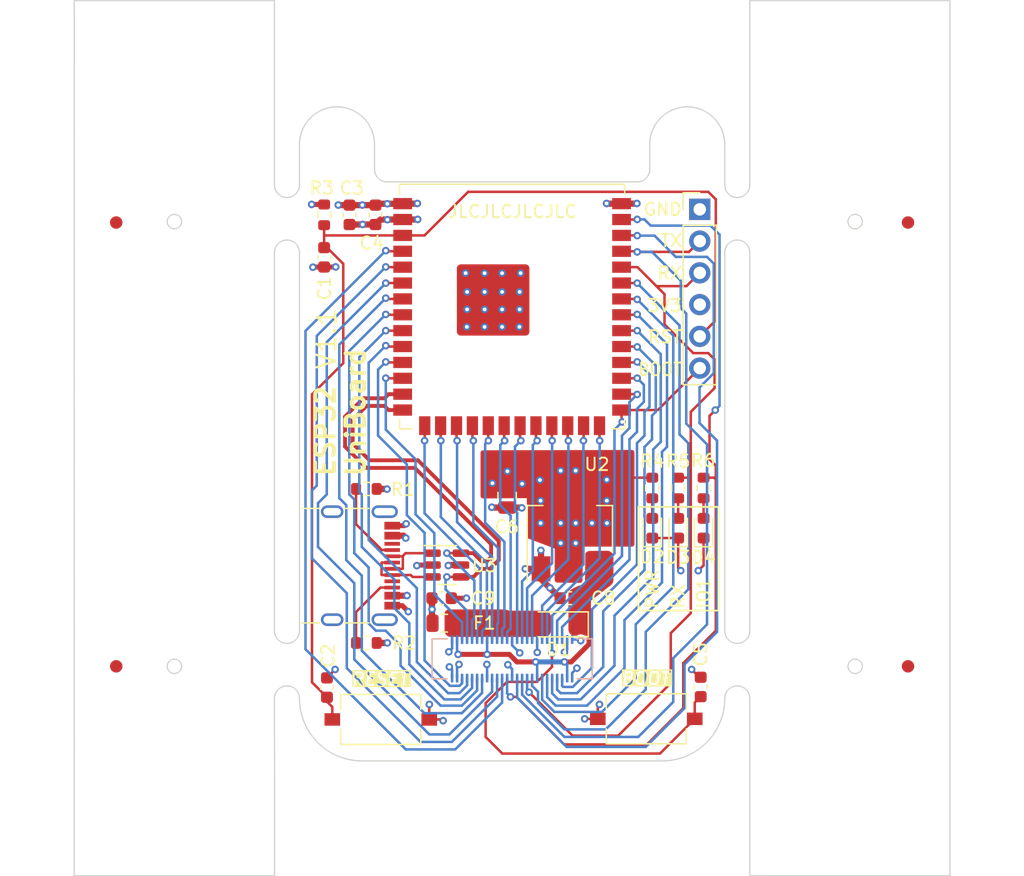
<source format=kicad_pcb>
(kicad_pcb (version 20221018) (generator pcbnew)
  (title_block (date "2023-06-01"))
  (layers (0 "F.Cu" signal) (1 "In1.Cu" power) (2 "In2.Cu" power) (31 "B.Cu" signal) (34 "B.Paste" user) (35 "F.Paste" user) (36 "B.SilkS" user "B.Silkscreen") (37 "F.SilkS" user "F.Silkscreen") (38 "B.Mask" user) (39 "F.Mask" user) (44 "Edge.Cuts" user))
  (net 0 "")
  (net 1 "/EN")
  (net 2 "GND")
  (net 3 "+3V3")
  (net 4 "/BOOT")
  (net 5 "VBUS")
  (net 6 "+5V")
  (net 7 "Net-(D2-A)")
  (net 8 "/ESP_TX")
  (net 9 "/ESP_RX")
  (net 10 "/GPIO4")
  (net 11 "/GPIO5")
  (net 12 "/GPIO6")
  (net 13 "/GPIO7")
  (net 14 "/GPIO15")
  (net 15 "/GPIO16")
  (net 16 "/GPIO17")
  (net 17 "/GPIO18")
  (net 18 "/GPIO8")
  (net 19 "/D_P")
  (net 20 "/D_N")
  (net 21 "/GPIO3")
  (net 22 "/GPIO46")
  (net 23 "/GPIO9")
  (net 24 "/GPIO10")
  (net 25 "/GPIO11")
  (net 26 "/GPIO12")
  (net 27 "/GPIO13")
  (net 28 "/GPIO14")
  (net 29 "/GPIO21")
  (net 30 "/GPIO47")
  (net 31 "/GPIO48")
  (net 32 "/GPIO45")
  (net 33 "/GPIO35")
  (net 34 "/GPIO36")
  (net 35 "/GPIO37")
  (net 36 "/GPIO38")
  (net 37 "/GPIO39")
  (net 38 "/GPIO40")
  (net 39 "/GPIO41")
  (net 40 "/GPIO42")
  (net 41 "/GPIO2")
  (net 42 "/GPIO1")
  (net 43 "/VBUS_Fused")
  (net 44 "/R_CC1")
  (net 48 "Net-(D3-A)")
  (net 49 "Net-(D4-A)")
  (net 50 "/R_CC2")
  (net 51 "/DPr_P")
  (net 52 "/DPr_N")
  (footprint "Fiducial:Fiducial_1mm_Mask2mm" (layer "F.Cu") (at 152.7673 89.0532)
    (fp_text reference "REF**" hide)
    (fp_text value "Fiducial_1mm_Mask2mm")
  )
  (footprint "Connector_PinHeader_2.54mm:PinHeader_1x06_P2.54mm_Vertical" (layer "F.Cu") (at 136.1173 52.5)
    (fp_text reference "J2" hide)
    (fp_text value "Conn_01x06_Socket")
  )
  (footprint "ESP32_Footprints:ESP32-S3-WROOM-1" (layer "F.Cu") (at 121.1173 60.3032)
    (fp_text reference "U1" hide)
    (fp_text value "ESP32-S3-WROOM-1")
  )
  (footprint "Fuse:Fuse_0805_2012Metric" (layer "F.Cu") (at 115.6903 85.6032)
    (fp_text reference "F1")
    (fp_text value "1.1 A")
  )
  (footprint "Resistor_SMD:R_0603_1608Metric" (layer "F.Cu") (at 109.4651 87.1828)
    (fp_text reference "R2")
    (fp_text value "5k1")
  )
  (footprint "MountingHole:MountingHole_2.7mm_M2.5" (layer "F.Cu") (at 121.1173 93.5532)
    (fp_text reference "H3" hide)
    (fp_text value "MountingHole")
  )
  (footprint "Button_Switch_SMD:SW_Tactile_SPST_NO_Straight_CK_PTS636Sx25SMTRLFS" (layer "F.Cu") (at 110.6173 93.3032 180)
    (fp_text reference "SW1" hide)
    (fp_text value "SW_Push")
  )
  (footprint "LED_SMD:LED_0603_1608Metric" (layer "F.Cu") (at 134.3915 78.005 90)
    (fp_text reference "D3")
    (fp_text value "YL")
  )
  (footprint "Resistor_SMD:R_0603_1608Metric" (layer "F.Cu") (at 136.4235 74.7876 -90)
    (fp_text reference "R6")
    (fp_text value "1k8")
  )
  (footprint "Capacitor_SMD:C_0603_1608Metric" (layer "F.Cu") (at 110.1953 52.9372 90)
    (fp_text reference "C4")
    (fp_text value "100nF")
  )
  (footprint "Resistor_SMD:R_0603_1608Metric" (layer "F.Cu") (at 106.0893 52.9373 -90)
    (fp_text reference "R3")
    (fp_text value "10k")
  )
  (footprint "Capacitor_SMD:C_0603_1608Metric" (layer "F.Cu") (at 125.7298 83.6032 180)
    (fp_text reference "C8")
    (fp_text value "10uF")
  )
  (footprint "Connector_USB:USB_C_Receptacle_G-Switch_GT-USB-7010ASV" (layer "F.Cu") (at 107.8045 81.0032 -90)
    (fp_text reference "J1" hide)
    (fp_text value "USB_C_Receptacle_USB2.0")
  )
  (footprint "Fiducial:Fiducial_1mm_Mask2mm" (layer "F.Cu") (at 89.4673 53.5532)
    (fp_text reference "REF**" hide)
    (fp_text value "Fiducial_1mm_Mask2mm")
  )
  (footprint "Button_Switch_SMD:SW_Tactile_SPST_NO_Straight_CK_PTS636Sx25SMTRLFS" (layer "F.Cu") (at 131.8423 93.2532)
    (fp_text reference "SW2" hide)
    (fp_text value "SW_Push")
  )
  (footprint "LED_SMD:LED_0603_1608Metric" (layer "F.Cu") (at 136.4235 78.005 90)
    (fp_text reference "D4")
    (fp_text value "YL")
  )
  (footprint "Package_TO_SOT_SMD:SOT-23-6" (layer "F.Cu") (at 115.8903 80.9532)
    (fp_text reference "U3")
    (fp_text value "USBLC6-2SC6")
  )
  (footprint "Capacitor_SMD:C_0603_1608Metric" (layer "F.Cu") (at 106.3173 90.7532 -90)
    (fp_text reference "C2")
    (fp_text value "100nF")
  )
  (footprint "Capacitor_SMD:C_0603_1608Metric" (layer "F.Cu") (at 115.4839 83.6032)
    (fp_text reference "C9")
    (fp_text value "100nF")
  )
  (footprint "Capacitor_SMD:C_0603_1608Metric" (layer "F.Cu") (at 108.1173 52.9373 90)
    (fp_text reference "C3")
    (fp_text value "10uF")
  )
  (footprint "LED_SMD:LED_0603_1608Metric" (layer "F.Cu") (at 132.3204 78.005 90)
    (fp_text reference "D2")
    (fp_text value "GRN")
  )
  (footprint "Fiducial:Fiducial_1mm_Mask2mm" (layer "F.Cu") (at 89.4673 89.0532)
    (fp_text reference "REF**" hide)
    (fp_text value "Fiducial_1mm_Mask2mm")
  )
  (footprint "Capacitor_SMD:C_0603_1608Metric" (layer "F.Cu") (at 136.1923 90.7032 -90)
    (fp_text reference "C5")
    (fp_text value "100nF")
  )
  (footprint "Package_TO_SOT_SMD:SOT-223-3_TabPin2" (layer "F.Cu") (at 125.7298 78.1032 90)
    (fp_text reference "U2")
    (fp_text value "AZ1117-3.3")
  )
  (footprint "Resistor_SMD:R_0603_1608Metric" (layer "F.Cu") (at 109.4651 74.8646)
    (fp_text reference "R1")
    (fp_text value "5k1")
  )
  (footprint "MountingHole:MountingHole_2.7mm_M2.5" (layer "F.Cu") (at 135.1173 47.3032)
    (fp_text reference "H2" hide)
    (fp_text value "MountingHole")
  )
  (footprint "Resistor_SMD:R_0603_1608Metric" (layer "F.Cu") (at 134.3915 74.7876 -90)
    (fp_text reference "R5")
    (fp_text value "1k8")
  )
  (footprint "Resistor_SMD:R_0603_1608Metric" (layer "F.Cu") (at 132.3204 74.7876 -90)
    (fp_text reference "R4")
    (fp_text value "680R")
  )
  (footprint "Capacitor_SMD:C_0603_1608Metric" (layer "F.Cu") (at 106.0893 56.3373 -90)
    (fp_text reference "C1")
    (fp_text value "1uF")
  )
  (footprint "MountingHole:MountingHole_2.7mm_M2.5" (layer "F.Cu") (at 107.1173 47.3032)
    (fp_text reference "H1" hide)
    (fp_text value "MountingHole")
  )
  (footprint "Fiducial:Fiducial_1mm_Mask2mm" (layer "F.Cu") (at 152.7673 53.5532)
    (fp_text reference "REF**" hide)
    (fp_text value "Fiducial_1mm_Mask2mm")
  )
  (footprint "Diode_SMD:D_SOD-123" (layer "F.Cu") (at 124.85 85.7 180)
    (fp_text reference "D1")
    (fp_text value "B5819W SL")
  )
  (footprint "Capacitor_SMD:C_0805_2012Metric" (layer "F.Cu") (at 120.7173 75.4032 -90)
    (fp_text reference "C6")
    (fp_text value "22uF")
  )
  (footprint "Hirose_Connector_DF40C:Hirose_DF40C-50DS" (layer "B.Cu") (at 121.1173 88.4532)
    (fp_text reference "J3" hide)
    (fp_text value "dHirose DF40C-50DS")
  )
  (gr_rect (start 131.2165 76.3032) (end 137.6173 84.5916) (stroke (width 0.15)) (fill none) (layer "F.SilkS"))
  (gr_arc (start 138.1173 91.6188) (mid 139.1173 90.6188) (end 140.1173 91.6188) (stroke (width 0.1)) (layer "Edge.Cuts"))
  (gr_line (start 140.1173 50.5532) (end 140.1173 35.8032) (stroke (width 0.1)) (layer "Edge.Cuts"))
  (gr_line (start 140.1173 105.8032) (end 140.1173 91.6188) (stroke (width 0.1)) (layer "Edge.Cuts"))
  (gr_circle (center 94.1173 53.4772) (end 94.6933 53.4772) (stroke (width 0.1)) (fill none) (layer "Edge.Cuts"))
  (gr_circle (center 148.5413 89.0532) (end 149.1173 89.0532) (stroke (width 0.1)) (fill none) (layer "Edge.Cuts"))
  (gr_line (start 86.1173 35.8032) (end 102.1173 35.8032) (stroke (width 0.1)) (layer "Edge.Cuts"))
  (gr_line (start 140.1173 86.2188) (end 140.1173 55.9532) (stroke (width 0.1)) (layer "Edge.Cuts"))
  (gr_arc (start 102.1173 91.6188) (mid 103.1173 90.6188) (end 104.1173 91.6188) (stroke (width 0.1)) (layer "Edge.Cuts"))
  (gr_arc (start 104.1173 47.3032) (mid 107.1173 44.3032) (end 110.1173 47.3032) (stroke (width 0.1)) (layer "Edge.Cuts"))
  (gr_line (start 102.1173 50.5532) (end 102.1173 35.8032) (stroke (width 0.1)) (layer "Edge.Cuts"))
  (gr_line (start 140.1173 105.8032) (end 156.1173 105.8032) (stroke (width 0.1)) (layer "Edge.Cuts"))
  (gr_line (start 133.1173 96.6188) (end 109.1173 96.6188) (stroke (width 0.1)) (layer "Edge.Cuts"))
  (gr_arc (start 140.1173 50.5532) (mid 139.1173 51.5532) (end 138.1173 50.5532) (stroke (width 0.1)) (layer "Edge.Cuts"))
  (gr_line (start 104.1173 50.5532) (end 104.1173 47.3032) (stroke (width 0.1)) (layer "Edge.Cuts"))
  (gr_arc (start 132.1173 47.3032) (mid 135.1173 44.3032) (end 138.1173 47.3032) (stroke (width 0.1)) (layer "Edge.Cuts"))
  (gr_arc (start 102.1173 55.9532) (mid 103.1173 54.9532) (end 104.1173 55.9532) (stroke (width 0.1)) (layer "Edge.Cuts"))
  (gr_arc (start 111.1173 50.3032) (mid 110.410193 50.010307) (end 110.1173 49.3032) (stroke (width 0.1)) (layer "Edge.Cuts"))
  (gr_line (start 102.1173 86.2188) (end 102.1173 55.9532) (stroke (width 0.1)) (layer "Edge.Cuts"))
  (gr_arc (start 132.1173 49.3032) (mid 131.824407 50.010307) (end 131.1173 50.3032) (stroke (width 0.1)) (layer "Edge.Cuts"))
  (gr_line (start 156.1173 105.8032) (end 156.1173 35.8032) (stroke (width 0.1)) (layer "Edge.Cuts"))
  (gr_circle (center 94.1173 89.0532) (end 94.6933 89.0532) (stroke (width 0.1)) (fill none) (layer "Edge.Cuts"))
  (gr_arc (start 109.1173 96.6188) (mid 105.581766 95.154334) (end 104.1173 91.6188) (stroke (width 0.1)) (layer "Edge.Cuts"))
  (gr_line (start 132.1173 49.3032) (end 132.1173 47.3032) (stroke (width 0.1)) (layer "Edge.Cuts"))
  (gr_line (start 110.1173 47.3032) (end 110.1173 49.3032) (stroke (width 0.1)) (layer "Edge.Cuts"))
  (gr_arc (start 104.1173 50.5532) (mid 103.1173 51.5532) (end 102.1173 50.5532) (stroke (width 0.1)) (layer "Edge.Cuts"))
  (gr_circle (center 148.5413 53.4772) (end 149.1173 53.4772) (stroke (width 0.1)) (fill none) (layer "Edge.Cuts"))
  (gr_line (start 102.12595 105.8032) (end 102.1173 91.6188) (stroke (width 0.1)) (layer "Edge.Cuts"))
  (gr_line (start 86.10865 105.8032) (end 86.1173 35.8032) (stroke (width 0.1)) (layer "Edge.Cuts"))
  (gr_line (start 138.1173 86.2188) (end 138.1173 55.9532) (stroke (width 0.1)) (layer "Edge.Cuts"))
  (gr_arc (start 104.1173 86.2188) (mid 103.1173 87.2188) (end 102.1173 86.2188) (stroke (width 0.1)) (layer "Edge.Cuts"))
  (gr_arc (start 138.1173 91.6188) (mid 136.652834 95.154334) (end 133.1173 96.6188) (stroke (width 0.1)) (layer "Edge.Cuts"))
  (gr_line (start 102.12595 105.8032) (end 86.10865 105.8032) (stroke (width 0.1)) (layer "Edge.Cuts"))
  (gr_line (start 111.1173 50.3032) (end 131.1173 50.3032) (stroke (width 0.1)) (layer "Edge.Cuts"))
  (gr_arc (start 138.1173 55.9532) (mid 139.1173 54.9532) (end 140.1173 55.9532) (stroke (width 0.1)) (layer "Edge.Cuts"))
  (gr_arc (start 140.1173 86.2188) (mid 139.1173 87.2188) (end 138.1173 86.2188) (stroke (width 0.1)) (layer "Edge.Cuts"))
  (gr_line (start 156.1173 35.8032) (end 140.1173 35.8032) (stroke (width 0.1)) (layer "Edge.Cuts"))
  (gr_line (start 138.1173 50.5532) (end 138.1173 47.3032) (stroke (width 0.1)) (layer "Edge.Cuts"))
  (gr_line (start 104.1173 86.2188) (end 104.1173 55.9532) (stroke (width 0.1)) (layer "Edge.Cuts"))
  (gr_text "PWR" (at 132.3204 84.5376 90) (layer "F.SilkS") (effects (font (size 1 1)) (justify left)))
  (gr_text "RX" (at 134.7873 57.6032) (layer "F.SilkS") (effects (font (size 1 1)) (justify right)))
  (gr_text "BOOT" (at 134.7873 65.3032) (layer "F.SilkS") (effects (font (size 1 0.9)) (justify right)))
  (gr_text "3V3" (at 134.7873 60.2032) (layer "F.SilkS") (effects (font (size 1 1)) (justify right)))
  (gr_text "TX" (at 134.7873 55.0032) (layer "F.SilkS") (effects (font (size 1 1)) (justify right)))
  (gr_text "ESP32\nUniBoard" (at 107.4 74 90) (layer "F.SilkS") (effects (font (size 1.5 1.5) (thickness 0.3) bold) (justify left)))
  (gr_text "RST" (at 134.7873 62.7032) (layer "F.SilkS") (effects (font (size 1 1)) (justify right)))
  (gr_text "JLCJLCJLCJLC" (at 115.9173 53.2532) (layer "F.SilkS") (effects (font (size 1 1)) (justify left bottom)))
  (gr_text "RX" (at 134.3915 84.5376 90) (layer "F.SilkS") (effects (font (size 1 1)) (justify left)))
  (gr_text "GND" (at 134.7873 52.5) (layer "F.SilkS") (effects (font (size 1 1)) (justify right)))
  (gr_text "BOOT" (at 131.7798 90.6116) (layer "F.SilkS" knockout) (effects (font (size 1 1) (thickness 0.15) italic) (justify bottom)))
  (gr_text "V1.1" (at 106.3 65.4 90) (layer "F.SilkS") (effects (font (size 1.5 1.5) (thickness 0.1875)) (justify left)))
  (gr_text "IO1\n" (at 136.4235 84.5376 90) (layer "F.SilkS") (effects (font (size 1 1)) (justify left)))
  (gr_text "RESET" (at 110.5548 90.6616) (layer "F.SilkS" knockout) (effects (font (size 1 1) (thickness 0.15) italic) (justify bottom)))
  (segment (start 106.324929 55.5623) (end 106.0893 55.5623) (width 0.2) (layer "F.Cu") (net 1))
  (segment (start 112.3673 54.5832) (end 106.0943 54.5832) (width 0.2) (layer "F.Cu") (net 1))
  (segment (start 106.3173 91.8782) (end 106.7423 92.3032) (width 0.2) (layer "F.Cu") (net 1))
  (segment (start 106.0893 53.7623) (end 106.0893 55.5623) (width 0.2) (layer "F.Cu") (net 1))
  (segment (start 106.3173 91.5282) (end 106.3173 91.8782) (width 0.2) (layer "F.Cu") (net 1))
  (segment (start 106.7423 92.3032) (end 106.7423 93.3032) (width 0.2) (layer "F.Cu") (net 1))
  (segment (start 136.8 51.1) (end 137.4 51.7) (width 0.2) (layer "F.Cu") (net 1))
  (segment (start 137.4 61.3773) (end 136.1173 62.66) (width 0.2) (layer "F.Cu") (net 1))
  (segment (start 106.3173 91.5282) (end 105.1173 90.3282) (width 0.2) (layer "F.Cu") (net 1))
  (segment (start 117.6 51.1) (end 136.8 51.1) (width 0.2) (layer "F.Cu") (net 1))
  (segment (start 105.1173 67.3032) (end 107.6173 64.8032) (width 0.2) (layer "F.Cu") (net 1))
  (segment (start 107.6173 64.8032) (end 107.6173 56.854671) (width 0.2) (layer "F.Cu") (net 1))
  (segment (start 114.1168 54.5832) (end 117.6 51.1) (width 0.2) (layer "F.Cu") (net 1))
  (segment (start 112.3673 54.5832) (end 114.1168 54.5832) (width 0.2) (layer "F.Cu") (net 1))
  (segment (start 105.1173 90.3282) (end 105.1173 67.3032) (width 0.2) (layer "F.Cu") (net 1))
  (segment (start 107.6173 56.854671) (end 106.324929 55.5623) (width 0.2) (layer "F.Cu") (net 1))
  (segment (start 137.4 51.7) (end 137.4 61.3773) (width 0.2) (layer "F.Cu") (net 1))
  (segment (start 116.4839 83.6032) (end 117.4673 83.6032) (width 0.4) (layer "F.Cu") (net 2))
  (segment (start 106.0893 57.1123) (end 105.2082 57.1123) (width 0.4) (layer "F.Cu") (net 2))
  (segment (start 119.5173 76.3532) (end 119.4923 76.3282) (width 0.5) (layer "F.Cu") (net 2))
  (segment (start 121.8673 76.3532) (end 121.8923 76.3782) (width 0.5) (layer "F.Cu") (net 2))
  (segment (start 127.9673 92.2327) (end 128.1 92.1) (width 0.2) (layer "F.Cu") (net 2))
  (segment (start 126.9178 93.2532) (end 126.9173 93.2537) (width 0.2) (layer "F.Cu") (net 2))
  (segment (start 129.8673 52.0432) (end 131.0773 52.0432) (width 0.5) (layer "F.Cu") (net 2))
  (segment (start 108.1173 52.1623) (end 107.2264 52.1623) (width 0.5) (layer "F.Cu") (net 2))
  (segment (start 112.3673 52.0432) (end 113.5273 52.0432) (width 0.5) (layer "F.Cu") (net 2))
  (segment (start 132.3204 78.7925) (end 134.3915 78.7925) (width 0.2) (layer "F.Cu") (net 2))
  (segment (start 111.1037 74.8646) (end 111.1173 74.8782) (width 0.5) (layer "F.Cu") (net 2))
  (segment (start 114.4923 93.3032) (end 115.5032 93.3032) (width 0.2) (layer "F.Cu") (net 2))
  (segment (start 106.0893 57.1123) (end 107.0082 57.1123) (width 0.4) (layer "F.Cu") (net 2))
  (segment (start 123.4298 81.2532) (end 122.1673 81.2532) (width 0.5) (layer "F.Cu") (net 2))
  (segment (start 113.5273 52.0432) (end 113.5423 52.0282) (width 0.4) (layer "F.Cu") (net 2))
  (segment (start 110.1952 52.1623) (end 110.1953 52.1622) (width 0.4) (layer "F.Cu") (net 2))
  (segment (start 112.4923 77.8032) (end 112.6423 77.6532) (width 0.4) (layer "F.Cu") (net 2))
  (segment (start 120.7173 76.3532) (end 119.5173 76.3532) (width 0.5) (layer "F.Cu") (net 2))
  (segment (start 114.7528 80.9532) (end 113.5468 80.9532) (width 0.4) (layer "F.Cu") (net 2))
  (segment (start 123.4298 81.2532) (end 123.4298 79.7907) (width 0.5) (layer "F.Cu") (net 2))
  (segment (start 136.4235 80.9765) (end 136 81.4) (width 0.2) (layer "F.Cu") (net 2))
  (segment (start 110.2901 87.1828) (end 111.1377 87.1828) (width 0.5) (layer "F.Cu") (net 2))
  (segment (start 127.9673 93.2532) (end 127.9673 92.2327) (width 0.2) (layer "F.Cu") (net 2))
  (segment (start 106.3173 89.9782) (end 106.3173 89.9532) (width 0.2) (layer "F.Cu") (net 2))
  (segment (start 136.1923 89.9282) (end 136.0923 89.9282) (width 0.2) (layer "F.Cu") (net 2))
  (segment (start 134.3915 81.1915) (end 134.6 81.4) (width 0.2) (layer "F.Cu") (net 2))
  (segment (start 106.3173 89.9532) (end 106.9673 89.3032) (width 0.2) (layer "F.Cu") (net 2))
  (segment (start 110.1953 52.1622) (end 110.3043 52.0532) (width 0.4) (layer "F.Cu") (net 2))
  (segment (start 115.5032 93.3032) (end 115.6 93.4) (width 0.2) (layer "F.Cu") (net 2))
  (segment (start 120.7173 76.3532) (end 121.8673 76.3532) (width 0.5) (layer "F.Cu") (net 2))
  (segment (start 107.2264 52.1623) (end 107.2173 52.1532) (width 0.5) (layer "F.Cu") (net 2))
  (segment (start 127.9673 93.2532) (end 126.9178 93.2532) (width 0.2) (layer "F.Cu") (net 2))
  (segment (start 110.3043 52.0532) (end 111.1423 52.0532) (width 0.5) (layer "F.Cu") (net 2))
  (segment (start 124.1298 82.7782) (end 124.1423 82.7782) (width 0.5) (layer "F.Cu") (net 2))
  (segment (start 134.3915 78.7925) (end 134.3915 81.1915) (width 0.2) (layer "F.Cu") (net 2))
  (segment (start 124.1423 82.7782) (end 124.1423 82.7907) (width 0.5) (layer "F.Cu") (net 2))
  (segment (start 136.4235 78.7925) (end 136.4235 80.9765) (width 0.2) (layer "F.Cu") (net 2))
  (segment (start 124.1423 82.7907) (end 124.9548 83.6032) (width 0.5) (layer "F.Cu") (net 2))
  (segment (start 123.4298 79.7907) (end 123.4173 79.7782) (width 0.5) (layer "F.Cu") (net 2))
  (segment (start 109.1514 52.1623) (end 110.1952 52.1623) (width 0.5) (layer "F.Cu") (net 2))
  (segment (start 108.1173 52.1623) (end 109.1332 52.1623) (width 0.5) (layer "F.Cu") (net 2))
  (segment (start 112.3423 84.2032) (end 112.8173 84.6782) (width 0.4) (layer "F.Cu") (net 2))
  (segment (start 136.0923 89.9282) (end 135.4673 89.3032) (width 0.2) (layer "F.Cu") (net 2))
  (segment (start 110.2901 74.8646) (end 111.1037 74.8646) (width 0.5) (layer "F.Cu") (net 2))
  (segment (start 123.4298 82.0782) (end 124.1298 82.7782) (width 0.5) (layer "F.Cu") (net 2))
  (segment (start 113.5468 80.9532) (end 113.5 81) (width 0.4) (layer "F.Cu") (net 2))
  (segment (start 107.0082 57.1123) (end 107.0173 57.1032) (width 0.4) (layer "F.Cu") (net 2))
  (segment (start 111.1423 52.0532) (end 112.3573 52.0532) (width 0.5) (layer "F.Cu") (net 2))
  (segment (start 109.1423 52.1532) (end 109.1514 52.1623) (width 0.4) (layer "F.Cu") (net 2))
  (segment (start 109.1332 52.1623) (end 109.1423 52.1532) (width 0.4) (layer "F.Cu") (net 2))
  (segment (start 114.4923 93.3032) (end 114.4923 92.1077) (width 0.2) (layer "F.Cu") (net 2))
  (segment (start 111.1377 87.1828) (end 111.1423 87.1782) (width 0.5) (layer "F.Cu") (net 2))
  (segment (start 128.6823 52.0432) (end 128.6673 52.0282) (width 0.5) (layer "F.Cu") (net 2))
  (segment (start 123.4298 81.2532) (end 123.4298 82.0782) (width 0.5) (layer "F.Cu") (net 2))
  (segment (start 131.0773 52.0432) (end 131.0923 52.0282) (width 0.5) (layer "F.Cu") (net 2))
  (segment (start 129.8673 52.0432) (end 128.6823 52.0432) (width 0.5) (layer "F.Cu") (net 2))
  (segment (start 111.7545 84.2032) (end 112.3423 84.2032) (width 0.4) (layer "F.Cu") (net 2))
  (segment (start 105.2082 57.1123) (end 105.1923 57.1282) (width 0.4) (layer "F.Cu") (net 2))
  (segment (start 114.4923 92.1077) (end 114.5 92.1) (width 0.2) (layer "F.Cu") (net 2))
  (segment (start 112.3573 52.0532) (end 112.3673 52.0432) (width 0.4) (layer "F.Cu") (net 2))
  (segment (start 111.5295 77.8032) (end 112.4923 77.8032) (width 0.4) (layer "F.Cu") (net 2))
  (via (at 123.4173 79.7782) (size 0.6) (drill 0.3) (layers "F.Cu" "B.Cu") (net 2))
  (via (at 116.1 89.1) (size 0.6) (drill 0.3) (layers "F.Cu" "B.Cu") (net 2))
  (via (at 107.0173 57.1032) (size 0.6) (drill 0.3) (layers "F.Cu" "B.Cu") (net 2))
  (via (at 114.5 92.1) (size 0.6) (drill 0.3) (layers "F.Cu" "B.Cu") (net 2))
  (via (at 128.1 92.1) (size 0.6) (drill 0.3) (layers "F.Cu" "B.Cu") (net 2))
  (via (at 135.4673 89.3032) (size 0.6) (drill 0.3) (layers "F.Cu" "B.Cu") (net 2))
  (via (at 126.3 89.2) (size 0.6) (drill 0.3) (layers "F.Cu" "B.Cu") (net 2))
  (via (at 105.1923 57.1282) (size 0.6) (drill 0.3) (layers "F.Cu" "B.Cu") (net 2))
  (via (at 117.4 57.6) (size 0.6) (drill 0.3) (layers "F.Cu" "B.Cu") (net 2))
  (via (at 111.1423 52.0532) (size 0.6) (drill 0.3) (layers "F.Cu" "B.Cu") (net 2))
  (via (at 113.5423 52.0282) (size 0.6) (drill 0.3) (layers "F.Cu" "B.Cu") (net 2))
  (via (at 120.776591 88.923409) (size 0.6) (drill 0.3) (layers "F.Cu" "B.Cu") (net 2))
  (via (at 113.5 81) (size 0.6) (drill 0.3) (layers "F.Cu" "B.Cu") (net 2))
  (via (at 117.5173 60.5032) (size 0.6) (drill 0.3) (layers "F.Cu" "B.Cu") (net 2))
  (via (at 107.2173 52.1532) (size 0.6) (drill 0.3) (layers "F.Cu" "B.Cu") (net 2))
  (via (at 126.9173 93.2537) (size 0.6) (drill 0.3) (layers "F.Cu" "B.Cu") (net 2))
  (via (at 117.5173 59.1032) (size 0.6) (drill 0.3) (layers "F.Cu" "B.Cu") (net 2))
  (via (at 119.4923 76.3282) (size 0.6) (drill 0.3) (layers "F.Cu" "B.Cu") (net 2))
  (via (at 118.9173 60.5032) (size 0.6) (drill 0.3) (layers "F.Cu" "B.Cu") (net 2))
  (via (at 109.1423 52.1532) (size 0.6) (drill 0.3) (layers "F.Cu" "B.Cu") (net 2))
  (via (at 121.7173 59.1032) (size 0.6) (drill 0.3) (layers "F.Cu" "B.Cu") (net 2))
  (via (at 134.6 81.4) (size 0.6) (drill 0.3) (layers "F.Cu" "B.Cu") (net 2))
  (via (at 112.8173 84.6782) (size 0.6) (drill 0.3) (layers "F.Cu" "B.Cu") (net 2))
  (via (at 136 81.4) (size 0.6) (drill 0.3) (layers "F.Cu" "B.Cu") (net 2))
  (via (at 120.3173 59.1032) (size 0.6) (drill 0.3) (layers "F.Cu" "B.Cu") (net 2))
  (via (at 124.1423 82.7782) (size 0.6) (drill 0.3) (layers "F.Cu" "B.Cu") (net 2))
  (via (at 131.0923 52.0282) (size 0.6) (drill 0.3) (layers "F.Cu" "B.Cu") (net 2))
  (via (at 118.9173 59.1032) (size 0.6) (drill 0.3) (layers "F.Cu" "B.Cu") (net 2))
  (via (at 121.8 57.6) (size 0.6) (drill 0.3) (layers "F.Cu" "B.Cu") (net 2))
  (via (at 121.7173 60.5032) (size 0.6) (drill 0.3) (layers "F.Cu" "B.Cu") (net 2))
  (via (at 120.3173 60.5032) (size 0.6) (drill 0.3) (layers "F.Cu" "B.Cu") (net 2))
  (via (at 121.8923 76.3782) (size 0.6) (drill 0.3) (layers "F.Cu" "B.Cu") (net 2))
  (via (at 118.9173 57.6032) (size 0.6) (drill 0.3) (layers "F.Cu" "B.Cu") (net 2))
  (via (at 112.6423 77.6532) (size 0.6) (drill 0.3) (layers "F.Cu" "B.Cu") (net 2))
  (via (at 121.723409 87.976591) (size 0.6) (drill 0.3) (layers "F.Cu" "B.Cu") (net 2))
  (via (at 121.7 61.9) (size 0.6) (drill 0.3) (layers "F.Cu" "B.Cu") (net 2))
  (via (at 126.6 87) (size 0.6) (drill 0.3) (layers "F.Cu" "B.Cu") (net 2))
  (via (at 120.3173 61.9032) (size 0.6) (drill 0.3) (layers "F.Cu" "B.Cu") (net 2))
  (via (at 120.3173 57.6032) (size 0.6) (drill 0.3) (layers "F.Cu" "B.Cu") (net 2))
  (via (at 122.1673 81.2532) (size 0.6) (drill 0.3) (layers "F.Cu" "B.Cu") (net 2))
  (via (at 111.1173 74.8782) (size 0.6) (drill 0.3) (layers "F.Cu" "B.Cu") (net 2))
  (via (at 111.1423 87.1782) (size 0.6) (drill 0.3) (layers "F.Cu" "B.Cu") (net 2))
  (via (at 115.6 93.4) (size 0.6) (drill 0.3) (layers "F.Cu" "B.Cu") (net 2))
  (via (at 117.5 61.9) (size 0.6) (drill 0.3) (layers "F.Cu" "B.Cu") (net 2))
  (via (at 116.058732 87.893467) (size 0.6) (drill 0.3) (layers "F.Cu" "B.Cu") (net 2))
  (via (at 106.9673 89.3032) (size 0.6) (drill 0.3) (layers "F.Cu" "B.Cu") (net 2))
  (via (at 118.9173 61.9032) (size 0.6) (drill 0.3) (layers "F.Cu" "B.Cu") (net 2))
  (via (at 128.6673 52.0282) (size 0.6) (drill 0.3) (layers "F.Cu" "B.Cu") (net 2))
  (via (at 117.4673 83.6032) (size 0.6) (drill 0.3) (layers "F.Cu" "B.Cu") (net 2))
  (segment (start 125.9173 89.9932) (end 125.9173 89.5827) (width 0.2) (layer "B.Cu") (net 2))
  (segment (start 116.058732 87.893467) (end 116.3173 87.634899) (width 0.2) (layer "B.Cu") (net 2))
  (segment (start 125.9173 86.9132) (end 126.5132 86.9132) (width 0.2) (layer "B.Cu") (net 2))
  (segment (start 121.1173 86.9132) (end 121.1173 87.370482) (width 0.2) (layer "B.Cu") (net 2))
  (segment (start 121.1173 87.370482) (end 121.723409 87.976591) (width 0.2) (layer "B.Cu") (net 2))
  (segment (start 116.3173 87.634899) (end 116.3173 86.9132) (width 0.2) (layer "B.Cu") (net 2))
  (segment (start 126.5132 86.9132) (end 126.6 87) (width 0.2) (layer "B.Cu") (net 2))
  (segment (start 121.1173 89.9932) (end 121.1173 89.264118) (width 0.2) (layer "B.Cu") (net 2))
  (segment (start 125.9173 89.5827) (end 126.3 89.2) (width 0.2) (layer "B.Cu") (net 2))
  (segment (start 116.3173 89.3173) (end 116.1 89.1) (width 0.2) (layer "B.Cu") (net 2))
  (segment (start 116.3173 89.9932) (end 116.3173 89.3173) (width 0.2) (layer "B.Cu") (net 2))
  (segment (start 121.1173 89.264118) (end 120.776591 88.923409) (width 0.2) (layer "B.Cu") (net 2))
  (segment (start 111.1273 53.3132) (end 110.5943 53.3132) (width 0.5) (layer "F.Cu") (net 3))
  (segment (start 130.6374 73.9626) (end 132.3204 73.9626) (width 0.2) (layer "F.Cu") (net 3))
  (segment (start 106.0893 52.1123) (end 105.1014 52.1123) (width 0.4) (layer "F.Cu") (net 3))
  (segment (start 129.6468 74.9532) (end 130.6374 73.9626) (width 0.2) (layer "F.Cu") (net 3))
  (segment (start 111.1573 53.3132) (end 111.1423 53.3282) (width 0.4) (layer "F.Cu") (net 3))
  (segment (start 112.3673 53.3132) (end 111.1573 53.3132) (width 0.5) (layer "F.Cu") (net 3))
  (segment (start 105.1014 52.1123) (end 105.0923 52.1032) (width 0.4) (layer "F.Cu") (net 3))
  (segment (start 112.3673 53.3132) (end 113.5573 53.3132) (width 0.5) (layer "F.Cu") (net 3))
  (segment (start 125.7298 74.9532) (end 129.6468 74.9532) (width 0.2) (layer "F.Cu") (net 3))
  (segment (start 110.5943 53.3132) (end 110.1953 53.7122) (width 0.5) (layer "F.Cu") (net 3))
  (segment (start 113.5573 53.3132) (end 113.5673 53.3032) (width 0.5) (layer "F.Cu") (net 3))
  (segment (start 111.1423 53.3282) (end 111.1273 53.3132) (width 0.4) (layer "F.Cu") (net 3))
  (segment (start 108.1173 53.7123) (end 109.1332 53.7123) (width 0.5) (layer "F.Cu") (net 3))
  (segment (start 109.1673 53.6782) (end 109.2014 53.7123) (width 0.4) (layer "F.Cu") (net 3))
  (segment (start 109.1332 53.7123) (end 109.1673 53.6782) (width 0.4) (layer "F.Cu") (net 3))
  (segment (start 110.1952 53.7123) (end 110.1953 53.7122) (width 0.4) (layer "F.Cu") (net 3))
  (segment (start 109.2014 53.7123) (end 110.1952 53.7123) (width 0.5) (layer "F.Cu") (net 3))
  (via (at 125.3 87.930497) (size 0.6) (drill 0.3) (layers "F.Cu" "B.Cu") (net 3))
  (via (at 119.5423 74.4032) (size 0.6) (drill 0.3) (layers "F.Cu" "B.Cu") (net 3))
  (via (at 126.2 77.6) (size 0.6) (drill 0.3) (layers "F.Cu" "B.Cu") (net 3))
  (via (at 113.5673 53.3032) (size 0.6) (drill 0.3) (layers "F.Cu" "B.Cu") (net 3))
  (via (at 121.9173 74.4532) (size 0.6) (drill 0.3) (layers "F.Cu" "B.Cu") (net 3))
  (via (at 128.6868 75.8) (size 0.6) (drill 0.3) (layers "F.Cu" "B.Cu") (net 3))
  (via (at 127.5 77.6) (size 0.6) (drill 0.3) (layers "F.Cu" "B.Cu") (net 3))
  (via (at 126.2 79.2) (size 0.6) (drill 0.3) (layers "F.Cu" "B.Cu") (net 3))
  (via (at 123.124829 87.94069) (size 0.6) (drill 0.3) (layers "F.Cu" "B.Cu") (net 3))
  (via (at 125 79.2) (size 0.6) (drill 0.3) (layers "F.Cu" "B.Cu") (net 3))
  (via (at 109.1673 53.7032) (size 0.6) (drill 0.3) (layers "F.Cu" "B.Cu") (net 3))
  (via (at 125 73.4) (size 0.6) (drill 0.3) (layers "F.Cu" "B.Cu") (net 3))
  (via (at 125 77.6) (size 0.6) (drill 0.3) (layers "F.Cu" "B.Cu") (net 3))
  (via (at 105.0923 52.1032) (size 0.6) (drill 0.3) (layers "F.Cu" "B.Cu") (net 3))
  (via (at 111.1423 53.3282) (size 0.6) (drill 0.3) (layers "F.Cu" "B.Cu") (net 3))
  (via (at 123.4 77.6) (size 0.6) (drill 0.3) (layers "F.Cu" "B.Cu") (net 3))
  (via (at 123.3923 75.8032) (size 0.6) (drill 0.3) (layers "F.Cu" "B.Cu") (net 3))
  (via (at 119.1 88.9) (size 0.6) (drill 0.3) (layers "F.Cu" "B.Cu") (net 3))
  (via (at 128.6868 74.1282) (size 0.6) (drill 0.3) (layers "F.Cu" "B.Cu") (net 3))
  (via (at 128.7 77.6) (size 0.6) (drill 0.3) (layers "F.Cu" "B.Cu") (net 3))
  (via (at 116.869503 88.9) (size 0.6) (drill 0.3) (layers "F.Cu" "B.Cu") (net 3))
  (via (at 120.7423 73.4532) (size 0.6) (drill 0.3) (layers "F.Cu" "B.Cu") (net 3))
  (via (at 123.3423 74.1532) (size 0.6) (drill 0.3) (layers "F.Cu" "B.Cu") (net 3))
  (via (at 126.2 73.4) (size 0.6) (drill 0.3) (layers "F.Cu" "B.Cu") (net 3))
  (segment (start 123.1173 87.933161) (end 123.1173 86.9132) (width 0.2) (layer "B.Cu") (net 3))
  (segment (start 116.7173 89.052203) (end 116.7173 89.9932) (width 0.2) (layer "B.Cu") (net 3))
  (segment (start 119.1173 88.9173) (end 119.1173 89.9932) (width 0.2) (layer "B.Cu") (net 3))
  (segment (start 125.3 87.930497) (end 125.5173 87.713197) (width 0.2) (layer "B.Cu") (net 3))
  (segment (start 119.1 88.9) (end 119.1173 88.9173) (width 0.2) (layer "B.Cu") (net 3))
  (segment (start 116.869503 88.9) (end 116.7173 89.052203) (width 0.2) (layer "B.Cu") (net 3))
  (segment (start 123.124829 87.94069) (end 123.1173 87.933161) (width 0.2) (layer "B.Cu") (net 3))
  (segment (start 125.5173 87.713197) (end 125.5173 86.9132) (width 0.2) (layer "B.Cu") (net 3))
  (segment (start 129.8673 69.4532) (end 129.9173 69.5032) (width 0.2) (layer "F.Cu") (net 4))
  (segment (start 132.9405 96.03) (end 135.7173 93.2532) (width 0.2) (layer "F.Cu") (net 4))
  (segment (start 129.8673 68.5532) (end 129.8673 69.4532) (width 0.2) (layer "F.Cu") (net 4))
  (segment (start 123.1 90.3) (end 120.7 90.3) (width 0.2) (layer "F.Cu") (net 4))
  (segment (start 120.7 90.3) (end 119 92) (width 0.2) (layer "F.Cu") (net 4))
  (segment (start 129.8673 68.5532) (end 132.7641 68.5532) (width 0.2) (layer "F.Cu") (net 4))
  (segment (start 124.3 88) (end 124.3 89.1) (width 0.2) (layer "F.Cu") (net 4))
  (segment (start 124.3 89.1) (end 123.1 90.3) (width 0.2) (layer "F.Cu") (net 4))
  (segment (start 119 92) (end 119 94.7) (width 0.2) (layer "F.Cu") (net 4))
  (segment (start 136.1923 91.4782) (end 135.7173 91.9532) (width 0.2) (layer "F.Cu") (net 4))
  (segment (start 120.33 96.03) (end 132.9405 96.03) (width 0.2) (layer "F.Cu") (net 4))
  (segment (start 132.7641 68.5532) (end 136.1173 65.2) (width 0.2) (layer "F.Cu") (net 4))
  (segment (start 119 94.7) (end 120.33 96.03) (width 0.2) (layer "F.Cu") (net 4))
  (segment (start 135.7173 91.9532) (end 135.7173 93.2532) (width 0.2) (layer "F.Cu") (net 4))
  (via (at 129.9173 69.5032) (size 0.6) (drill 0.3) (layers "F.Cu" "B.Cu") (net 4))
  (via (at 124.3 88) (size 0.6) (drill 0.3) (layers "F.Cu" "B.Cu") (net 4))
  (segment (start 124.3173 85.0032) (end 129.3 80.0205) (width 0.2) (layer "B.Cu") (net 4))
  (segment (start 124.3173 86.9132) (end 124.3173 85.0032) (width 0.2) (layer "B.Cu") (net 4))
  (segment (start 129.3 70.1205) (end 129.9173 69.5032) (width 0.2) (layer "B.Cu") (net 4))
  (segment (start 124.3173 87.9827) (end 124.3 88) (width 0.2) (layer "B.Cu") (net 4))
  (segment (start 129.3 80.0205) (end 129.3 70.1205) (width 0.2) (layer "B.Cu") (net 4))
  (segment (start 124.3173 86.9132) (end 124.3173 87.9827) (width 0.2) (layer "B.Cu") (net 4))
  (segment (start 117.0278 80.9532) (end 116.0551 80.9532) (width 0.5) (layer "F.Cu") (net 5))
  (segment (start 114.7089 84.4994) (end 114.7089 85.5593) (width 0.5) (layer "F.Cu") (net 5))
  (segment (start 114.7089 84.487) (end 114.7151 84.4932) (width 0.5) (layer "F.Cu") (net 5))
  (segment (start 111.5295 78.6032) (end 112.4251 78.6032) (width 0.5) (layer "F.Cu") (net 5))
  (segment (start 114.7151 84.4932) (end 114.7089 84.4994) (width 0.5) (layer "F.Cu") (net 5))
  (segment (start 116.0551 80.9532) (end 116.0151 80.9932) (width 0.5) (layer "F.Cu") (net 5))
  (segment (start 114.7089 85.5593) (end 114.7528 85.6032) (width 0.5) (layer "F.Cu") (net 5))
  (segment (start 112.7051 83.4032) (end 112.7151 83.3932) (width 0.5) (layer "F.Cu") (net 5))
  (segment (start 111.5295 83.4032) (end 112.7051 83.4032) (width 0.5) (layer "F.Cu") (net 5))
  (segment (start 114.7089 83.6032) (end 114.7089 84.487) (width 0.5) (layer "F.Cu") (net 5))
  (segment (start 112.4251 78.6032) (end 112.6151 78.7932) (width 0.5) (layer "F.Cu") (net 5))
  (via (at 114.7151 84.4932) (size 0.6) (drill 0.3) (layers "F.Cu" "B.Cu") (net 5))
  (via (at 112.7151 83.3932) (size 0.6) (drill 0.3) (layers "F.Cu" "B.Cu") (net 5))
  (via (at 116.0151 80.9932) (size 0.6) (drill 0.3) (layers "F.Cu" "B.Cu") (net 5))
  (via (at 112.6151 78.7932) (size 0.6) (drill 0.3) (layers "F.Cu" "B.Cu") (net 5))
  (segment (start 127.27 87.277524) (end 127.27 86.3184) (width 0.4) (layer "F.Cu") (net 6))
  (segment (start 121.5 88.7) (end 123 88.7) (width 0.4) (layer "F.Cu") (net 6))
  (segment (start 120.9 88.1) (end 121.5 88.7) (width 0.4) (layer "F.Cu") (net 6))
  (segment (start 125.3 88.7) (end 125.847524 88.7) (width 0.4) (layer "F.Cu") (net 6))
  (segment (start 119.1173 88.1) (end 120.9 88.1) (width 0.4) (layer "F.Cu") (net 6))
  (segment (start 125.847524 88.7) (end 127.27 87.277524) (width 0.4) (layer "F.Cu") (net 6))
  (segment (start 127.27 86.3184) (end 126.5548 85.6032) (width 0.4) (layer "F.Cu") (net 6))
  (segment (start 119.1173 88.1) (end 116.8 88.1) (width 0.4) (layer "F.Cu") (net 6))
  (via (at 123 88.7) (size 0.6) (drill 0.3) (layers "F.Cu" "B.Cu") (net 6))
  (via (at 116.8 88.1) (size 0.6) (drill 0.3) (layers "F.Cu" "B.Cu") (net 6))
  (via (at 119.1173 88.1) (size 0.6) (drill 0.3) (layers "F.Cu" "B.Cu") (net 6))
  (via (at 125.3 88.7) (size 0.6) (drill 0.3) (layers "F.Cu" "B.Cu") (net 6))
  (segment (start 123.1173 89.9932) (end 123.1173 88.8173) (width 0.2) (layer "B.Cu") (net 6))
  (segment (start 123.1173 88.8173) (end 123 88.7) (width 0.2) (layer "B.Cu") (net 6))
  (segment (start 116.7173 88.0173) (end 116.7173 86.9132) (width 0.2) (layer "B.Cu") (net 6))
  (segment (start 116.8 88.1) (end 116.7173 88.0173) (width 0.2) (layer "B.Cu") (net 6))
  (segment (start 125.5173 89.9932) (end 125.5173 88.9173) (width 0.2) (layer "B.Cu") (net 6))
  (segment (start 123 88.7) (end 125.3 88.7) (width 0.4) (layer "B.Cu") (net 6))
  (segment (start 119.1173 88.1) (end 119.1173 86.9132) (width 0.2) (layer "B.Cu") (net 6))
  (segment (start 125.5173 88.9173) (end 125.3 88.7) (width 0.2) (layer "B.Cu") (net 6))
  (segment (start 132.3204 75.6126) (end 132.3204 77.2175) (width 0.2) (layer "F.Cu") (net 7))
  (segment (start 135.2573 55.9) (end 136.1173 55.04) (width 0.2) (layer "F.Cu") (net 8))
  (segment (start 131.1173 55.9032) (end 131.1205 55.9) (width 0.2) (layer "F.Cu") (net 8))
  (segment (start 131.0673 55.8532) (end 131.1173 55.9032) (width 0.2) (layer "F.Cu") (net 8))
  (segment (start 131.1205 55.9) (end 135.2573 55.9) (width 0.2) (layer "F.Cu") (net 8))
  (segment (start 129.8673 55.8532) (end 131.0673 55.8532) (width 0.2) (layer "F.Cu") (net 8))
  (via (at 131.1173 55.9032) (size 0.6) (drill 0.3) (layers "F.Cu" "B.Cu") (net 8))
  (segment (start 134 88.4) (end 136.7 85.7) (width 0.2) (layer "B.Cu") (net 8))
  (segment (start 134.6 58.2) (end 132.3032 55.9032) (width 0.2) (layer "B.Cu") (net 8))
  (segment (start 135.0373 60.8373) (end 134.6 60.4) (width 0.2) (layer "B.Cu") (net 8))
  (segment (start 136.7 85.7) (end 136.7 71.3) (width 0.2) (layer "B.Cu") (net 8))
  (segment (start 132.3032 55.9032) (end 131.1173 55.9032) (width 0.2) (layer "B.Cu") (net 8))
  (segment (start 131.2 94.7) (end 134 91.9) (width 0.2) (layer "B.Cu") (net 8))
  (segment (start 134 91.9) (end 134 88.4) (width 0.2) (layer "B.Cu") (net 8))
  (segment (start 121.9173 89.9932) (end 121.9173 91.3173) (width 0.2) (layer "B.Cu") (net 8))
  (segment (start 136.7 71.3) (end 135.0373 69.6373) (width 0.2) (layer "B.Cu") (net 8))
  (segment (start 125.3 94.7) (end 131.2 94.7) (width 0.2) (layer "B.Cu") (net 8))
  (segment (start 121.9173 91.3173) (end 125.3 94.7) (width 0.2) (layer "B.Cu") (net 8))
  (segment (start 134.6 60.4) (end 134.6 58.2) (width 0.2) (layer "B.Cu") (net 8))
  (segment (start 135.0373 69.6373) (end 135.0373 60.8373) (width 0.2) (layer "B.Cu") (net 8))
  (segment (start 135.4 74) (end 135.4 68.7) (width 0.2) (layer "F.Cu") (net 9))
  (segment (start 135.4 68.7) (end 137.3 66.8) (width 0.2) (layer "F.Cu") (net 9))
  (segment (start 137.3 66.8) (end 137.3 64.499999) (width 0.2) (layer "F.Cu") (net 9))
  (segment (start 136.800001 64) (end 135.6 64) (width 0.2) (layer "F.Cu") (net 9))
  (segment (start 129.6 94.6) (end 133.8 90.4) (width 0.2) (layer "F.Cu") (net 9))
  (segment (start 134.3915 73.9626) (end 135.3626 73.9626) (width 0.2) (layer "F.Cu") (net 9))
  (segment (start 133.8 86.4) (end 135.4 84.8) (width 0.2) (layer "F.Cu") (net 9))
  (segment (start 137.3 64.499999) (end 136.800001 64) (width 0.2) (layer "F.Cu") (net 9))
  (segment (start 135.4 84.8) (end 135.4 74) (width 0.2) (layer "F.Cu") (net 9))
  (segment (start 125.948828 94.6) (end 129.6 94.6) (width 0.2) (layer "F.Cu") (net 9))
  (segment (start 129.8673 57.1232) (end 131.1373 57.1232) (width 0.2) (layer "F.Cu") (net 9))
  (segment (start 122.474414 91.125586) (end 125.948828 94.6) (width 0.2) (layer "F.Cu") (net 9))
  (segment (start 135.05435 58.64295) (end 132.65705 58.64295) (width 0.2) (layer "F.Cu") (net 9))
  (segment (start 135.6 64) (end 133.3 61.7) (width 0.2) (layer "F.Cu") (net 9))
  (segment (start 133.3 61.7) (end 133.3 59.2859) (width 0.2) (layer "F.Cu") (net 9))
  (segment (start 131.1373 57.1232) (end 133.3 59.2859) (width 0.2) (layer "F.Cu") (net 9))
  (segment (start 133.8 90.4) (end 133.8 86.4) (width 0.2) (layer "F.Cu") (net 9))
  (segment (start 135.3626 73.9626) (end 135.4 74) (width 0.2) (layer "F.Cu") (net 9))
  (segment (start 136.1173 57.58) (end 135.05435 58.64295) (width 0.2) (layer "F.Cu") (net 9))
  (via (at 122.474414 91.125586) (size 0.6) (drill 0.3) (layers "F.Cu" "B.Cu") (net 9))
  (segment (start 122.3173 90.968472) (end 122.474414 91.125586) (width 0.2) (layer "B.Cu") (net 9))
  (segment (start 122.3173 89.9932) (end 122.3173 90.968472) (width 0.2) (layer "B.Cu") (net 9))
  (segment (start 111.0673 55.8532) (end 111.0173 55.8032) (width 0.2) (layer "F.Cu") (net 10))
  (segment (start 112.3673 55.8532) (end 111.0673 55.8532) (width 0.2) (layer "F.Cu") (net 10))
  (via (at 111.0173 55.8032) (size 0.6) (drill 0.3) (layers "F.Cu" "B.Cu") (net 10))
  (segment (start 104.6 87.685434) (end 104.6 62.2205) (width 0.2) (layer "B.Cu") (net 10))
  (segment (start 120.3173 89.9932) (end 120.3173 91.949037) (width 0.2) (layer "B.Cu") (net 10))
  (segment (start 116.566337 95.7) (end 112.614566 95.7) (width 0.2) (layer "B.Cu") (net 10))
  (segment (start 120.3173 91.949037) (end 116.566337 95.7) (width 0.2) (layer "B.Cu") (net 10))
  (segment (start 112.614566 95.7) (end 104.6 87.685434) (width 0.2) (layer "B.Cu") (net 10))
  (segment (start 104.6 62.2205) (end 111.0173 55.8032) (width 0.2) (layer "B.Cu") (net 10))
  (segment (start 112.3673 57.1232) (end 111.0373 57.1232) (width 0.2) (layer "F.Cu") (net 11))
  (segment (start 111.0373 57.1232) (end 111.0173 57.1032) (width 0.2) (layer "F.Cu") (net 11))
  (via (at 111.0173 57.1032) (size 0.6) (drill 0.3) (layers "F.Cu" "B.Cu") (net 11))
  (segment (start 113.8 95.1) (end 107.9 89.2) (width 0.2) (layer "B.Cu") (net 11))
  (segment (start 107.9 83.2) (end 105.1 80.4) (width 0.2) (layer "B.Cu") (net 11))
  (segment (start 105.5 62.6205) (end 111.0173 57.1032) (width 0.2) (layer "B.Cu") (net 11))
  (segment (start 119.9173 89.9932) (end 119.9173 91.4827) (width 0.2) (layer "B.Cu") (net 11))
  (segment (start 105.1 75) (end 105.5 74.6) (width 0.2) (layer "B.Cu") (net 11))
  (segment (start 116.3 95.1) (end 113.8 95.1) (width 0.2) (layer "B.Cu") (net 11))
  (segment (start 119.9173 91.4827) (end 116.3 95.1) (width 0.2) (layer "B.Cu") (net 11))
  (segment (start 107.9 89.2) (end 107.9 83.2) (width 0.2) (layer "B.Cu") (net 11))
  (segment (start 105.1 80.4) (end 105.1 75) (width 0.2) (layer "B.Cu") (net 11))
  (segment (start 105.5 74.6) (end 105.5 62.6205) (width 0.2) (layer "B.Cu") (net 11))
  (segment (start 112.3673 58.3932) (end 111.0273 58.3932) (width 0.2) (layer "F.Cu") (net 12))
  (segment (start 111.0273 58.3932) (end 111.0173 58.4032) (width 0.2) (layer "F.Cu") (net 12))
  (via (at 111.0173 58.4032) (size 0.6) (drill 0.3) (layers "F.Cu" "B.Cu") (net 12))
  (segment (start 119.5173 91.0827) (end 116.1 94.5) (width 0.2) (layer "B.Cu") (net 12))
  (segment (start 108.5 82.4) (end 105.6 79.5) (width 0.2) (layer "B.Cu") (net 12))
  (segment (start 105.6 76) (end 106.3 75.3) (width 0.2) (layer "B.Cu") (net 12))
  (segment (start 116.1 94.5) (end 114.5 94.5) (width 0.2) (layer "B.Cu") (net 12))
  (segment (start 119.5173 89.9932) (end 119.5173 91.0827) (width 0.2) (layer "B.Cu") (net 12))
  (segment (start 106.3 75.3) (end 106.3 63.1205) (width 0.2) (layer "B.Cu") (net 12))
  (segment (start 114.5 94.5) (end 108.5 88.5) (width 0.2) (layer "B.Cu") (net 12))
  (segment (start 106.3 63.1205) (end 111.0173 58.4032) (width 0.2) (layer "B.Cu") (net 12))
  (segment (start 105.6 79.5) (end 105.6 76) (width 0.2) (layer "B.Cu") (net 12))
  (segment (start 108.5 88.5) (end 108.5 82.4) (width 0.2) (layer "B.Cu") (net 12))
  (segment (start 112.3673 59.6632) (end 111.0773 59.6632) (width 0.2) (layer "F.Cu") (net 13))
  (segment (start 111.0773 59.6632) (end 111.0173 59.6032) (width 0.2) (layer "F.Cu") (net 13))
  (via (at 111.0173 59.6032) (size 0.6) (drill 0.3) (layers "F.Cu" "B.Cu") (net 13))
  (segment (start 107.3 63.3205) (end 111.0173 59.6032) (width 0.2) (layer "B.Cu") (net 13))
  (segment (start 107.8595 76.1595) (end 107.3 75.6) (width 0.2) (layer "B.Cu") (net 13))
  (segment (start 118.7173 91.1827) (end 117.1 92.8) (width 0.2) (layer "B.Cu") (net 13))
  (segment (start 107.3 75.6) (end 107.3 63.3205) (width 0.2) (layer "B.Cu") (net 13))
  (segment (start 107.8595 80.5595) (end 107.8595 76.1595) (width 0.2) (layer "B.Cu") (net 13))
  (segment (start 109.1 87.8) (end 109.1 81.8) (width 0.2) (layer "B.Cu") (net 13))
  (segment (start 114.1 92.8) (end 109.1 87.8) (width 0.2) (layer "B.Cu") (net 13))
  (segment (start 117.1 92.8) (end 114.1 92.8) (width 0.2) (layer "B.Cu") (net 13))
  (segment (start 109.1 81.8) (end 107.8595 80.5595) (width 0.2) (layer "B.Cu") (net 13))
  (segment (start 118.7173 89.9932) (end 118.7173 91.1827) (width 0.2) (layer "B.Cu") (net 13))
  (segment (start 112.3673 60.9332) (end 111.0473 60.9332) (width 0.2) (layer "F.Cu") (net 14))
  (segment (start 111.0473 60.9332) (end 111.0173 60.9032) (width 0.2) (layer "F.Cu") (net 14))
  (via (at 111.0173 60.9032) (size 0.6) (drill 0.3) (layers "F.Cu" "B.Cu") (net 14))
  (segment (start 108.5 75.7) (end 108.1 75.3) (width 0.2) (layer "B.Cu") (net 14))
  (segment (start 112.2 87.4) (end 111 86.2) (width 0.2) (layer "B.Cu") (net 14))
  (segment (start 118.3173 90.9827) (end 117.1 92.2) (width 0.2) (layer "B.Cu") (net 14))
  (segment (start 118.3173 89.9932) (end 118.3173 90.9827) (width 0.2) (layer "B.Cu") (net 14))
  (segment (start 112.2 89) (end 112.2 87.4) (width 0.2) (layer "B.Cu") (net 14))
  (segment (start 109.6495 85.625576) (end 109.6495 81.1495) (width 0.2) (layer "B.Cu") (net 14))
  (segment (start 117.1 92.2) (end 115.4 92.2) (width 0.2) (layer "B.Cu") (net 14))
  (segment (start 108.5 80) (end 108.5 75.7) (width 0.2) (layer "B.Cu") (net 14))
  (segment (start 109.6495 81.1495) (end 108.5 80) (width 0.2) (layer "B.Cu") (net 14))
  (segment (start 108.1 63.8205) (end 111.0173 60.9032) (width 0.2) (layer "B.Cu") (net 14))
  (segment (start 108.1 75.3) (end 108.1 63.8205) (width 0.2) (layer "B.Cu") (net 14))
  (segment (start 111 86.2) (end 110.223924 86.2) (width 0.2) (layer "B.Cu") (net 14))
  (segment (start 110.223924 86.2) (end 109.6495 85.625576) (width 0.2) (layer "B.Cu") (net 14))
  (segment (start 115.4 92.2) (end 112.2 89) (width 0.2) (layer "B.Cu") (net 14))
  (segment (start 112.3673 62.2032) (end 111.0173 62.2032) (width 0.2) (layer "F.Cu") (net 15))
  (via (at 111.0173 62.2032) (size 0.6) (drill 0.3) (layers "F.Cu" "B.Cu") (net 15))
  (segment (start 117 91.7) (end 115.7 91.7) (width 0.2) (layer "B.Cu") (net 15))
  (segment (start 108.9 75.1) (end 108.9 64.3205) (width 0.2) (layer "B.Cu") (net 15))
  (segment (start 109.1 79.5) (end 109.1 75.3) (width 0.2) (layer "B.Cu") (net 15))
  (segment (start 115.7 91.7) (end 112.9 88.9) (width 0.2) (layer "B.Cu") (net 15))
  (segment (start 112.9 85.6) (end 111.7 84.4) (width 0.2) (layer "B.Cu") (net 15))
  (segment (start 117.9173 89.9932) (end 117.9173 90.7827) (width 0.2) (layer "B.Cu") (net 15))
  (segment (start 117.9173 90.7827) (end 117 91.7) (width 0.2) (layer "B.Cu") (net 15))
  (segment (start 111.7 84.4) (end 111.7 82.1) (width 0.2) (layer "B.Cu") (net 15))
  (segment (start 109.1 75.3) (end 108.9 75.1) (width 0.2) (layer "B.Cu") (net 15))
  (segment (start 112.9 88.9) (end 112.9 85.6) (width 0.2) (layer "B.Cu") (net 15))
  (segment (start 111.7 82.1) (end 109.1 79.5) (width 0.2) (layer "B.Cu") (net 15))
  (segment (start 108.9 64.3205) (end 111.0173 62.2032) (width 0.2) (layer "B.Cu") (net 15))
  (segment (start 112.3673 63.4732) (end 111.0873 63.4732) (width 0.2) (layer "F.Cu") (net 16))
  (segment (start 111.0873 63.4732) (end 111.0173 63.4032) (width 0.2) (layer "F.Cu") (net 16))
  (via (at 111.0173 63.4032) (size 0.6) (drill 0.3) (layers "F.Cu" "B.Cu") (net 16))
  (segment (start 117.5173 89.9932) (end 117.5173 90.5827) (width 0.2) (layer "B.Cu") (net 16))
  (segment (start 116.9 91.2) (end 116 91.2) (width 0.2) (layer "B.Cu") (net 16))
  (segment (start 113.5 82.8) (end 109.6495 78.9495) (width 0.2) (layer "B.Cu") (net 16))
  (segment (start 109.6495 78.9495) (end 109.6495 64.771) (width 0.2) (layer "B.Cu") (net 16))
  (segment (start 109.6495 64.771) (end 111.0173 63.4032) (width 0.2) (layer "B.Cu") (net 16))
  (segment (start 113.5 88.7) (end 113.5 82.8) (width 0.2) (layer "B.Cu") (net 16))
  (segment (start 117.5173 90.5827) (end 116.9 91.2) (width 0.2) (layer "B.Cu") (net 16))
  (segment (start 116 91.2) (end 113.5 88.7) (width 0.2) (layer "B.Cu") (net 16))
  (segment (start 112.3673 64.7432) (end 111.0573 64.7432) (width 0.2) (layer "F.Cu") (net 17))
  (segment (start 111.0573 64.7432) (end 111.0173 64.7032) (width 0.2) (layer "F.Cu") (net 17))
  (via (at 111.0173 64.7032) (size 0.6) (drill 0.3) (layers "F.Cu" "B.Cu") (net 17))
  (segment (start 112.7 76.961366) (end 112.7 72.9) (width 0.2) (layer "B.Cu") (net 17))
  (segment (start 114.1173 78.378666) (end 112.7 76.961366) (width 0.2) (layer "B.Cu") (net 17))
  (segment (start 117.1173 90.407464) (end 116.911564 90.6132) (width 0.2) (layer "B.Cu") (net 17))
  (segment (start 110.4 70.6) (end 110.4 65.3205) (width 0.2) (layer "B.Cu") (net 17))
  (segment (start 117.1173 89.9932) (end 117.1173 90.407464) (width 0.2) (layer "B.Cu") (net 17))
  (segment (start 112.7 72.9) (end 110.4 70.6) (width 0.2) (layer "B.Cu") (net 17))
  (segment (start 114.1173 88.584098) (end 114.1173 78.378666) (width 0.2) (layer "B.Cu") (net 17))
  (segment (start 116.911564 90.6132) (end 116.146402 90.6132) (width 0.2) (layer "B.Cu") (net 17))
  (segment (start 110.4 65.3205) (end 111.0173 64.7032) (width 0.2) (layer "B.Cu") (net 17))
  (segment (start 116.146402 90.6132) (end 114.1173 88.584098) (width 0.2) (layer "B.Cu") (net 17))
  (segment (start 112.3673 66.0132) (end 111.0273 66.0132) (width 0.2) (layer "F.Cu") (net 18))
  (segment (start 111.0273 66.0132) (end 111.0173 66.0032) (width 0.2) (layer "F.Cu") (net 18))
  (via (at 111.0173 66.0032) (size 0.6) (drill 0.3) (layers "F.Cu" "B.Cu") (net 18))
  (segment (start 111.0173 70.1173) (end 111.0173 66.0032) (width 0.2) (layer "B.Cu") (net 18))
  (segment (start 113.4 76.9) (end 113.4 72.5) (width 0.2) (layer "B.Cu") (net 18))
  (segment (start 114.9 83.3) (end 114.9 78.4) (width 0.2) (layer "B.Cu") (net 18))
  (segment (start 117.1173 85.5173) (end 114.9 83.3) (width 0.2) (layer "B.Cu") (net 18))
  (segment (start 113.4 72.5) (end 111.0173 70.1173) (width 0.2) (layer "B.Cu") (net 18))
  (segment (start 117.1173 86.9132) (end 117.1173 85.5173) (width 0.2) (layer "B.Cu") (net 18))
  (segment (start 114.9 78.4) (end 113.4 76.9) (width 0.2) (layer "B.Cu") (net 18))
  (segment (start 110.7095 81.7532) (end 110.6795 81.7232) (width 0.2) (layer "F.Cu") (net 19))
  (segment (start 111.5295 81.7532) (end 110.7095 81.7532) (width 0.2) (layer "F.Cu") (net 19))
  (segment (start 113.1673 81.9032) (end 114.7528 81.9032) (width 0.2) (layer "F.Cu") (net 19))
  (segment (start 111.5295 81.7532) (end 113.0173 81.7532) (width 0.2) (layer "F.Cu") (net 19))
  (segment (start 110.7095 80.7532) (end 111.5295 80.7532) (width 0.2) (layer "F.Cu") (net 19))
  (segment (start 110.6795 81.7232) (end 110.6795 80.7832) (width 0.2) (layer "F.Cu") (net 19))
  (segment (start 113.0173 81.7532) (end 113.1673 81.9032) (width 0.2) (layer "F.Cu") (net 19))
  (segment (start 110.6795 80.7832) (end 110.7095 80.7532) (width 0.2) (layer "F.Cu") (net 19))
  (segment (start 112.3495 81.2532) (end 111.5295 81.2532) (width 0.2) (layer "F.Cu") (net 20))
  (segment (start 111.5295 80.2532) (end 112.3495 80.2532) (width 0.2) (layer "F.Cu") (net 20))
  (segment (start 112.5995 80.0032) (end 114.7528 80.0032) (width 0.2) (layer "F.Cu") (net 20))
  (segment (start 112.3495 80.2532) (end 112.3795 80.2832) (width 0.2) (layer "F.Cu") (net 20))
  (segment (start 112.3795 80.2832) (end 112.3795 81.2232) (width 0.2) (layer "F.Cu") (net 20))
  (segment (start 112.3495 80.2532) (end 112.5995 80.0032) (width 0.2) (layer "F.Cu") (net 20))
  (segment (start 112.3795 81.2232) (end 112.3495 81.2532) (width 0.2) (layer "F.Cu") (net 20))
  (segment (start 114.1323 69.8032) (end 114.1323 70.9882) (width 0.2) (layer "F.Cu") (net 21))
  (segment (start 114.1323 70.9882) (end 114.1173 71.0032) (width 0.2) (layer "F.Cu") (net 21))
  (via (at 114.1173 71.0032) (size 0.6) (drill 0.3) (layers "F.Cu" "B.Cu") (net 21))
  (segment (start 114.1173 76.8173) (end 118.6 81.3) (width 0.2) (layer "B.Cu") (net 21))
  (segment (start 114.1173 71.0032) (end 114.1173 76.8173) (width 0.2) (layer "B.Cu") (net 21))
  (segment (start 118.6 81.3) (end 118.6 85.6) (width 0.2) (layer "B.Cu") (net 21))
  (segment (start 118.3173 85.8827) (end 118.3173 86.9132) (width 0.2) (layer "B.Cu") (net 21))
  (segment (start 118.6 85.6) (end 118.3173 85.8827) (width 0.2) (layer "B.Cu") (net 21))
  (segment (start 115.4023 70.9882) (end 115.4173 71.0032) (width 0.2) (layer "F.Cu") (net 22))
  (segment (start 115.4023 69.8032) (end 115.4023 70.9882) (width 0.2) (layer "F.Cu") (net 22))
  (via (at 115.4173 71.0032) (size 0.6) (drill 0.3) (layers "F.Cu" "B.Cu") (net 22))
  (segment (start 118.7173 86.240818) (end 118.7173 86.9132) (width 0.2) (layer "B.Cu") (net 22))
  (segment (start 119.1 85.858118) (end 118.7173 86.240818) (width 0.2) (layer "B.Cu") (net 22))
  (segment (start 115.4173 77.1173) (end 119.1 80.8) (width 0.2) (layer "B.Cu") (net 22))
  (segment (start 119.1 80.8) (end 119.1 85.858118) (width 0.2) (layer "B.Cu") (net 22))
  (segment (start 115.4173 71.0032) (end 115.4173 77.1173) (width 0.2) (layer "B.Cu") (net 22))
  (segment (start 116.6723 70.9582) (end 116.7173 71.0032) (width 0.2) (layer "F.Cu") (net 23))
  (segment (start 116.6723 69.8032) (end 116.6723 70.9582) (width 0.2) (layer "F.Cu") (net 23))
  (via (at 116.7173 71.0032) (size 0.6) (drill 0.3) (layers "F.Cu" "B.Cu") (net 23))
  (segment (start 116.7173 77.5173) (end 119.5173 80.3173) (width 0.2) (layer "B.Cu") (net 23))
  (segment (start 119.5173 80.3173) (end 119.5173 86.9132) (width 0.2) (layer "B.Cu") (net 23))
  (segment (start 116.7173 71.0032) (end 116.7173 77.5173) (width 0.2) (layer "B.Cu") (net 23))
  (segment (start 117.9423 69.8032) (end 117.9423 70.9282) (width 0.2) (layer "F.Cu") (net 24))
  (segment (start 117.9423 70.9282) (end 118.0173 71.0032) (width 0.2) (layer "F.Cu") (net 24))
  (via (at 118.0173 71.0032) (size 0.6) (drill 0.3) (layers "F.Cu" "B.Cu") (net 24))
  (segment (start 118.0173 71.0032) (end 118.0173 77.6173) (width 0.2) (layer "B.Cu") (net 24))
  (segment (start 119.9173 85.6827) (end 119.9173 86.9132) (width 0.2) (layer "B.Cu") (net 24))
  (segment (start 120 85.6) (end 119.9173 85.6827) (width 0.2) (layer "B.Cu") (net 24))
  (segment (start 120 79.6) (end 120 85.6) (width 0.2) (layer "B.Cu") (net 24))
  (segment (start 118.0173 77.6173) (end 120 79.6) (width 0.2) (layer "B.Cu") (net 24))
  (segment (start 119.2123 70.9982) (end 119.2173 71.0032) (width 0.2) (layer "F.Cu") (net 25))
  (segment (start 119.2123 69.8032) (end 119.2123 70.9982) (width 0.2) (layer "F.Cu") (net 25))
  (via (at 119.2173 71.0032) (size 0.6) (drill 0.3) (layers "F.Cu" "B.Cu") (net 25))
  (segment (start 120.3173 86.0827) (end 120.3173 86.9132) (width 0.2) (layer "B.Cu") (net 25))
  (segment (start 118.9623 71.2582) (end 118.9623 77.5623) (width 0.2) (layer "B.Cu") (net 25))
  (segment (start 120.5 85.9) (end 120.3173 86.0827) (width 0.2) (layer "B.Cu") (net 25))
  (segment (start 118.9623 77.5623) (end 120.5 79.1) (width 0.2) (layer "B.Cu") (net 25))
  (segment (start 120.5 79.1) (end 120.5 85.9) (width 0.2) (layer "B.Cu") (net 25))
  (segment (start 119.2173 71.0032) (end 118.9623 71.2582) (width 0.2) (layer "B.Cu") (net 25))
  (segment (start 120.4823 69.8032) (end 120.4823 70.9682) (width 0.2) (layer "F.Cu") (net 26))
  (segment (start 120.4823 70.9682) (end 120.5173 71.0032) (width 0.2) (layer "F.Cu") (net 26))
  (via (at 120.5173 71.0032) (size 0.6) (drill 0.3) (layers "F.Cu" "B.Cu") (net 26))
  (segment (start 121 77) (end 121 86.036402) (width 0.2) (layer "B.Cu") (net 26))
  (segment (start 120.5173 71.0032) (end 120.1723 71.3482) (width 0.2) (layer "B.Cu") (net 26))
  (segment (start 120.1723 76.1723) (end 121 77) (width 0.2) (layer "B.Cu") (net 26))
  (segment (start 121 86.036402) (end 120.7173 86.319102) (width 0.2) (layer "B.Cu") (net 26))
  (segment (start 120.7173 86.319102) (end 120.7173 86.9132) (width 0.2) (layer "B.Cu") (net 26))
  (segment (start 120.1723 71.3482) (end 120.1723 76.1723) (width 0.2) (layer "B.Cu") (net 26))
  (segment (start 121.7523 70.9382) (end 121.8173 71.0032) (width 0.2) (layer "F.Cu") (net 27))
  (segment (start 121.7523 69.8032) (end 121.7523 70.9382) (width 0.2) (layer "F.Cu") (net 27))
  (via (at 121.8173 71.0032) (size 0.6) (drill 0.3) (layers "F.Cu" "B.Cu") (net 27))
  (segment (start 121.5173 76.752734) (end 121.3473 76.582734) (width 0.2) (layer "B.Cu") (net 27))
  (segment (start 121.3473 76.582734) (end 121.3473 71.4732) (width 0.2) (layer "B.Cu") (net 27))
  (segment (start 121.3473 71.4732) (end 121.8173 71.0032) (width 0.2) (layer "B.Cu") (net 27))
  (segment (start 121.5173 86.9132) (end 121.5173 76.752734) (width 0.2) (layer "B.Cu") (net 27))
  (segment (start 123.0223 70.9082) (end 123.1173 71.0032) (width 0.2) (layer "F.Cu") (net 28))
  (segment (start 123.0223 69.8032) (end 123.0223 70.9082) (width 0.2) (layer "F.Cu") (net 28))
  (via (at 123.1173 71.0032) (size 0.6) (drill 0.3) (layers "F.Cu" "B.Cu") (net 28))
  (segment (start 122.7723 81.397734) (end 122.7723 71.3482) (width 0.2) (layer "B.Cu") (net 28))
  (segment (start 122.7723 71.3482) (end 123.1173 71.0032) (width 0.2) (layer "B.Cu") (net 28))
  (segment (start 121.9173 82.252734) (end 122.7723 81.397734) (width 0.2) (layer "B.Cu") (net 28))
  (segment (start 121.9173 86.9132) (end 121.9173 82.252734) (width 0.2) (layer "B.Cu") (net 28))
  (segment (start 124.2923 70.9782) (end 124.3173 71.0032) (width 0.2) (layer "F.Cu") (net 29))
  (segment (start 124.2923 69.8032) (end 124.2923 70.9782) (width 0.2) (layer "F.Cu") (net 29))
  (via (at 124.3173 71.0032) (size 0.6) (drill 0.3) (layers "F.Cu" "B.Cu") (net 29))
  (segment (start 124.3173 80.8032) (end 124.3173 71.0032) (width 0.2) (layer "B.Cu") (net 29))
  (segment (start 122.3173 86.9132) (end 122.3173 82.8032) (width 0.2) (layer "B.Cu") (net 29))
  (segment (start 122.3173 82.8032) (end 124.3173 80.8032) (width 0.2) (layer "B.Cu") (net 29))
  (segment (start 125.5623 69.8032) (end 125.5623 70.9482) (width 0.2) (layer "F.Cu") (net 30))
  (segment (start 125.5623 70.9482) (end 125.6173 71.0032) (width 0.2) (layer "F.Cu") (net 30))
  (via (at 125.6173 71.0032) (size 0.6) (drill 0.3) (layers "F.Cu" "B.Cu") (net 30))
  (segment (start 122.7173 83.4032) (end 125.6173 80.5032) (width 0.2) (layer "B.Cu") (net 30))
  (segment (start 125.6173 80.5032) (end 125.6173 71.0032) (width 0.2) (layer "B.Cu") (net 30))
  (segment (start 122.7173 86.9132) (end 122.7173 83.4032) (width 0.2) (layer "B.Cu") (net 30))
  (segment (start 126.8323 69.8032) (end 126.8323 70.9882) (width 0.2) (layer "F.Cu") (net 31))
  (segment (start 126.8323 70.9882) (end 126.8173 71.0032) (width 0.2) (layer "F.Cu") (net 31))
  (via (at 126.8173 71.0032) (size 0.6) (drill 0.3) (layers "F.Cu" "B.Cu") (net 31))
  (segment (start 123.5173 84.2032) (end 126.8173 80.9032) (width 0.2) (layer "B.Cu") (net 31))
  (segment (start 126.8173 80.9032) (end 126.8173 71.0032) (width 0.2) (layer "B.Cu") (net 31))
  (segment (start 123.5173 86.9132) (end 123.5173 84.2032) (width 0.2) (layer "B.Cu") (net 31))
  (segment (start 128.1023 69.8032) (end 128.1023 70.9882) (width 0.2) (layer "F.Cu") (net 32))
  (segment (start 128.1023 70.9882) (end 128.1173 71.0032) (width 0.2) (layer "F.Cu") (net 32))
  (via (at 128.1173 71.0032) (size 0.6) (drill 0.3) (layers "F.Cu" "B.Cu") (net 32))
  (segment (start 128.1173 71.0032) (end 128.1173 80.2032) (width 0.2) (layer "B.Cu") (net 32))
  (segment (start 123.9173 84.6032) (end 128.1173 80.4032) (width 0.2) (layer "B.Cu") (net 32))
  (segment (start 128.1173 80.4032) (end 128.1173 80.2032) (width 0.2) (layer "B.Cu") (net 32))
  (segment (start 123.9173 86.9132) (end 123.9173 84.6032) (width 0.2) (layer "B.Cu") (net 32))
  (segment (start 129.8673 67.2832) (end 131.0973 67.2832) (width 0.2) (layer "F.Cu") (net 33))
  (segment (start 131.0973 67.2832) (end 131.1173 67.3032) (width 0.2) (layer "F.Cu") (net 33))
  (via (at 131.1173 67.3032) (size 0.6) (drill 0.3) (layers "F.Cu" "B.Cu") (net 33))
  (segment (start 129.9 80.2205) (end 129.9 70.6) (width 0.2) (layer "B.Cu") (net 33))
  (segment (start 129.9 70.6) (end 130.5 70) (width 0.2) (layer "B.Cu") (net 33))
  (segment (start 130.5 70) (end 130.5 67.9205) (width 0.2) (layer "B.Cu") (net 33))
  (segment (start 124.7173 86.9132) (end 124.7173 85.4032) (width 0.2) (layer "B.Cu") (net 33))
  (segment (start 124.7173 85.4032) (end 129.9 80.2205) (width 0.2) (layer "B.Cu") (net 33))
  (segment (start 130.5 67.9205) (end 131.1173 67.3032) (width 0.2) (layer "B.Cu") (net 33))
  (segment (start 129.8673 66.0132) (end 131.1073 66.0132) (width 0.2) (layer "F.Cu") (net 34))
  (segment (start 131.1073 66.0132) (end 131.1173 66.0032) (width 0.2) (layer "F.Cu") (net 34))
  (via (at 131.1173 66.0032) (size 0.6) (drill 0.3) (layers "F.Cu" "B.Cu") (net 34))
  (segment (start 130.5 70.9) (end 131.1 70.3) (width 0.2) (layer "B.Cu") (net 34))
  (segment (start 131.6473 67.9027) (end 131.6473 66.5332) (width 0.2) (layer "B.Cu") (net 34))
  (segment (start 131.1 68.45) (end 131.6473 67.9027) (width 0.2) (layer "B.Cu") (net 34))
  (segment (start 125.1173 85.9032) (end 130.5 80.5205) (width 0.2) (layer "B.Cu") (net 34))
  (segment (start 131.6473 66.5332) (end 131.1173 66.0032) (width 0.2) (layer "B.Cu") (net 34))
  (segment (start 131.1 70.3) (end 131.1 68.45) (width 0.2) (layer "B.Cu") (net 34))
  (segment (start 130.5 80.5205) (end 130.5 70.9) (width 0.2) (layer "B.Cu") (net 34))
  (segment (start 125.1173 86.9132) (end 125.1173 85.9032) (width 0.2) (layer "B.Cu") (net 34))
  (segment (start 131.0773 64.7432) (end 131.1173 64.7032) (width 0.2) (layer "F.Cu") (net 35))
  (segment (start 129.8673 64.7432) (end 131.0773 64.7432) (width 0.2) (layer "F.Cu") (net 35))
  (via (at 131.1173 64.7032) (size 0.6) (drill 0.3) (layers "F.Cu" "B.Cu") (net 35))
  (segment (start 131.1 71.2) (end 131.7 70.6) (width 0.2) (layer "B.Cu") (net 35))
  (segment (start 125.968196 90.7) (end 127.5 89.168196) (width 0.2) (layer "B.Cu") (net 35))
  (segment (start 125.1173 89.9932) (end 125.1173 90.6173) (width 0.2) (layer "B.Cu") (net 35))
  (segment (start 125.2 90.7) (end 125.968196 90.7) (width 0.2) (layer "B.Cu") (net 35))
  (segment (start 127.5 89.168196) (end 127.5 84.5) (width 0.2) (layer "B.Cu") (net 35))
  (segment (start 132.1 68.3) (end 132.1 65.6859) (width 0.2) (layer "B.Cu") (net 35))
  (segment (start 132.1 65.6859) (end 131.1173 64.7032) (width 0.2) (layer "B.Cu") (net 35))
  (segment (start 127.5 84.5) (end 131.1 80.9) (width 0.2) (layer "B.Cu") (net 35))
  (segment (start 131.7 68.7) (end 132.1 68.3) (width 0.2) (layer "B.Cu") (net 35))
  (segment (start 131.1 80.9) (end 131.1 71.2) (width 0.2) (layer "B.Cu") (net 35))
  (segment (start 131.7 70.6) (end 131.7 68.7) (width 0.2) (layer "B.Cu") (net 35))
  (segment (start 125.1173 90.6173) (end 125.2 90.7) (width 0.2) (layer "B.Cu") (net 35))
  (segment (start 131.0873 63.4732) (end 131.1173 63.5032) (width 0.2) (layer "F.Cu") (net 36))
  (segment (start 129.8673 63.4732) (end 131.0873 63.4732) (width 0.2) (layer "F.Cu") (net 36))
  (via (at 131.1173 63.5032) (size 0.6) (drill 0.3) (layers "F.Cu" "B.Cu") (net 36))
  (segment (start 132.3 70.9) (end 132.3 69) (width 0.2) (layer "B.Cu") (net 36))
  (segment (start 125 91.2) (end 126.3 91.2) (width 0.2) (layer "B.Cu") (net 36))
  (segment (start 124.7173 89.9932) (end 124.7173 90.9173) (width 0.2) (layer "B.Cu") (net 36))
  (segment (start 126.3 91.2) (end 128.4 89.1) (width 0.2) (layer "B.Cu") (net 36))
  (segment (start 132.3 69) (end 132.6 68.7) (width 0.2) (layer "B.Cu") (net 36))
  (segment (start 128.4 89.1) (end 128.4 84.65) (width 0.2) (layer "B.Cu") (net 36))
  (segment (start 131.7 81.35) (end 131.7 71.5) (width 0.2) (layer "B.Cu") (net 36))
  (segment (start 132.6 64.9859) (end 131.1173 63.5032) (width 0.2) (layer "B.Cu") (net 36))
  (segment (start 132.6 68.7) (end 132.6 64.9859) (width 0.2) (layer "B.Cu") (net 36))
  (segment (start 131.7 71.5) (end 132.3 70.9) (width 0.2) (layer "B.Cu") (net 36))
  (segment (start 128.4 84.65) (end 131.7 81.35) (width 0.2) (layer "B.Cu") (net 36))
  (segment (start 124.7173 90.9173) (end 125 91.2) (width 0.2) (layer "B.Cu") (net 36))
  (segment (start 129.8673 62.2032) (end 131.1173 62.2032) (width 0.2) (layer "F.Cu") (net 37))
  (via (at 131.1173 62.2032) (size 0.6) (drill 0.3) (layers "F.Cu" "B.Cu") (net 37))
  (segment (start 129.3 85) (end 132.4 81.9) (width 0.2) (layer "B.Cu") (net 37))
  (segment (start 133 71.1) (end 133 64.0859) (width 0.2) (layer "B.Cu") (net 37))
  (segment (start 126.6 91.7) (end 129.3 89) (width 0.2) (layer "B.Cu") (net 37))
  (segment (start 129.3 89) (end 129.3 85) (width 0.2) (layer "B.Cu") (net 37))
  (segment (start 132.4 81.9) (end 132.4 71.7) (width 0.2) (layer "B.Cu") (net 37))
  (segment (start 133 64.0859) (end 131.1173 62.2032) (width 0.2) (layer "B.Cu") (net 37))
  (segment (start 124.3173 91.2173) (end 124.8 91.7) (width 0.2) (layer "B.Cu") (net 37))
  (segment (start 124.8 91.7) (end 126.6 91.7) (width 0.2) (layer "B.Cu") (net 37))
  (segment (start 124.3173 89.9932) (end 124.3173 91.2173) (width 0.2) (layer "B.Cu") (net 37))
  (segment (start 132.4 71.7) (end 133 71.1) (width 0.2) (layer "B.Cu") (net 37))
  (segment (start 129.8673 60.9332) (end 131.0873 60.9332) (width 0.2) (layer "F.Cu") (net 38))
  (segment (start 131.0873 60.9332) (end 131.1173 60.9032) (width 0.2) (layer "F.Cu") (net 38))
  (via (at 131.1173 60.9032) (size 0.6) (drill 0.3) (layers "F.Cu" "B.Cu") (net 38))
  (segment (start 133.1 71.9) (end 133.5 71.5) (width 0.2) (layer "B.Cu") (net 38))
  (segment (start 127.1 92.2) (end 130.1 89.2) (width 0.2) (layer "B.Cu") (net 38))
  (segment (start 133.5 63.2859) (end 131.1173 60.9032) (width 0.2) (layer "B.Cu") (net 38))
  (segment (start 130.1 85.35) (end 133.1 82.35) (width 0.2) (layer "B.Cu") (net 38))
  (segment (start 133.1 82.35) (end 133.1 71.9) (width 0.2) (layer "B.Cu") (net 38))
  (segment (start 123.9173 91.5173) (end 124.6 92.2) (width 0.2) (layer "B.Cu") (net 38))
  (segment (start 133.5 71.5) (end 133.5 63.2859) (width 0.2) (layer "B.Cu") (net 38))
  (segment (start 124.6 92.2) (end 127.1 92.2) (width 0.2) (layer "B.Cu") (net 38))
  (segment (start 130.1 89.2) (end 130.1 85.35) (width 0.2) (layer "B.Cu") (net 38))
  (segment (start 123.9173 89.9932) (end 123.9173 91.5173) (width 0.2) (layer "B.Cu") (net 38))
  (segment (start 131.0773 59.6632) (end 131.1173 59.7032) (width 0.2) (layer "F.Cu") (net 39))
  (segment (start 129.8673 59.6632) (end 131.0773 59.6632) (width 0.2) (layer "F.Cu") (net 39))
  (via (at 131.1173 59.7032) (size 0.6) (drill 0.3) (layers "F.Cu" "B.Cu") (net 39))
  (segment (start 123.5173 89.9932) (end 123.5173 91.7173) (width 0.2) (layer "B.Cu") (net 39))
  (segment (start 131 90) (end 131 85.7) (width 0.2) (layer "B.Cu") (net 39))
  (segment (start 131 85.7) (end 134 82.7) (width 0.2) (layer "B.Cu") (net 39))
  (segment (start 134 82.7) (end 134 62.5859) (width 0.2) (layer "B.Cu") (net 39))
  (segment (start 123.5173 91.7173) (end 124.5 92.7) (width 0.2) (layer "B.Cu") (net 39))
  (segment (start 124.5 92.7) (end 128.3 92.7) (width 0.2) (layer "B.Cu") (net 39))
  (segment (start 128.3 92.7) (end 131 90) (width 0.2) (layer "B.Cu") (net 39))
  (segment (start 134 62.5859) (end 131.1173 59.7032) (width 0.2) (layer "B.Cu") (net 39))
  (segment (start 129.8673 58.3932) (end 131.1073 58.3932) (width 0.2) (layer "F.Cu") (net 40))
  (segment (start 131.1073 58.3932) (end 131.1173 58.4032) (width 0.2) (layer "F.Cu") (net 40))
  (via (at 131.1173 58.4032) (size 0.6) (drill 0.3) (layers "F.Cu" "B.Cu") (net 40))
  (segment (start 134.5 70.5) (end 135.2 71.2) (width 0.2) (layer "B.Cu") (net 40))
  (segment (start 123.1873 91.9873) (end 123.1873 91.088938) (width 0.2) (layer "B.Cu") (net 40))
  (segment (start 134.5 61.7859) (end 134.5 70.5) (width 0.2) (layer "B.Cu") (net 40))
  (segment (start 123.1873 91.088938) (end 122.7173 90.618938) (width 0.2) (layer "B.Cu") (net 40))
  (segment (start 122.7173 90.618938) (end 122.7173 89.9932) (width 0.2) (layer "B.Cu") (net 40))
  (segment (start 131.8 90.9) (end 128.6 94.1) (width 0.2) (layer "B.Cu") (net 40))
  (segment (start 131.8 86.3) (end 131.8 90.9) (width 0.2) (layer "B.Cu") (net 40))
  (segment (start 131.1173 58.4032) (end 134.5 61.7859) (width 0.2) (layer "B.Cu") (net 40))
  (segment (start 135.2 71.2) (end 135.2 82.9) (width 0.2) (layer "B.Cu") (net 40))
  (segment (start 128.6 94.1) (end 125.3 94.1) (width 0.2) (layer "B.Cu") (net 40))
  (segment (start 135.2 82.9) (end 131.8 86.3) (width 0.2) (layer "B.Cu") (net 40))
  (segment (start 125.3 94.1) (end 123.1873 91.9873) (width 0.2) (layer "B.Cu") (net 40))
  (segment (start 131.0973 54.5832) (end 131.1173 54.6032) (width 0.2) (layer "F.Cu") (net 41))
  (segment (start 129.8673 54.5832) (end 131.0973 54.5832) (width 0.2) (layer "F.Cu") (net 41))
  (via (at 131.1173 54.6032) (size 0.6) (drill 0.3) (layers "F.Cu" "B.Cu") (net 41))
  (segment (start 137.5 71) (end 137.5 86.3) (width 0.2) (layer "B.Cu") (net 41))
  (segment (start 134.9 88.9) (end 134.9 92.4) (width 0.2) (layer "B.Cu") (net 41))
  (segment (start 137.2373 56.8373) (end 137.2373 65.607351) (width 0.2) (layer "B.Cu") (net 41))
  (segment (start 137.5 86.3) (end 134.9 88.9) (width 0.2) (layer "B.Cu") (net 41))
  (segment (start 125.468263 95.5) (end 121.5173 91.549037) (width 0.2) (layer "B.Cu") (net 41))
  (segment (start 134.2 56.3) (end 136.7 56.3) (width 0.2) (layer "B.Cu") (net 41))
  (segment (start 132.5032 54.6032) (end 134.2 56.3) (width 0.2) (layer "B.Cu") (net 41))
  (segment (start 134.9 92.4) (end 131.8 95.5) (width 0.2) (layer "B.Cu") (net 41))
  (segment (start 121.5173 91.549037) (end 121.5173 89.9932) (width 0.2) (layer "B.Cu") (net 41))
  (segment (start 136.7 56.3) (end 137.2373 56.8373) (width 0.2) (layer "B.Cu") (net 41))
  (segment (start 136.1 66.744651) (end 136.1 69.6) (width 0.2) (layer "B.Cu") (net 41))
  (segment (start 137.2373 65.607351) (end 136.1 66.744651) (width 0.2) (layer "B.Cu") (net 41))
  (segment (start 136.1 69.6) (end 137.5 71) (width 0.2) (layer "B.Cu") (net 41))
  (segment (start 131.1173 54.6032) (end 132.5032 54.6032) (width 0.2) (layer "B.Cu") (net 41))
  (segment (start 131.8 95.5) (end 125.468263 95.5) (width 0.2) (layer "B.Cu") (net 41))
  (segment (start 136.9 69.0178) (end 136.9 72.5) (width 0.2) (layer "F.Cu") (net 42))
  (segment (start 137.4 73) (end 137.4 74.1) (width 0.2) (layer "F.Cu") (net 42))
  (segment (start 137.4 86.2) (end 137.4 74.1) (width 0.2) (layer "F.Cu") (net 42))
  (segment (start 125.268263 95.3) (end 131.9 95.3) (width 0.2) (layer "F.Cu") (net 42))
  (segment (start 120.9878 91.499068) (end 121.467331 91.499068) (width 0.2) (layer "F.Cu") (net 42))
  (segment (start 134.8 92.4) (end 134.8 88.8) (width 0.2) (layer "F.Cu") (net 42))
  (segment (start 136.4235 73.9626) (end 137.2626 73.9626) (width 0.2) (layer "F.Cu") (net 42))
  (segment (start 137.2626 73.9626) (end 137.4 74.1) (width 0.2) (layer "F.Cu") (net 42))
  (segment (start 131.1073 53.3132) (end 131.1173 53.3032) (width 0.2) (layer "F.Cu") (net 42))
  (segment (start 121.467331 91.499068) (end 125.268263 95.3) (width 0.2) (layer "F.Cu") (net 42))
  (segment (start 129.8673 53.3132) (end 131.1073 53.3132) (width 0.2) (layer "F.Cu") (net 42))
  (segment (start 131.9 95.3) (end 134.8 92.4) (width 0.2) (layer "F.Cu") (net 42))
  (segment (start 134.8 88.8) (end 137.4 86.2) (width 0.2) (layer "F.Cu") (net 42))
  (segment (start 137.3589 68.5589) (end 136.9 69.0178) (width 0.2) (layer "F.Cu") (net 42))
  (segment (start 136.9 72.5) (end 137.4 73) (width 0.2) (layer "F.Cu") (net 42))
  (via (at 120.9878 91.499068) (size 0.6) (drill 0.3) (layers "F.Cu" "B.Cu") (net 42))
  (via (at 131.1173 53.3032) (size 0.6) (drill 0.3) (layers "F.Cu" "B.Cu") (net 42))
  (via (at 137.3589 68.5589) (size 0.6) (drill 0.3) (layers "F.Cu" "B.Cu") (net 42))
  (segment (start 120.7173 91.228568) (end 120.7173 89.9932) (width 0.2) (layer "B.Cu") (net 42))
  (segment (start 137.7 68.2178) (end 137.7 54.5227) (width 0.2) (layer "B.Cu") (net 42))
  (segment (start 136.9773 53.8) (end 132.1936 53.8) (width 0.2) (layer "B.Cu") (net 42))
  (segment (start 137.3589 68.5589) (end 137.7 68.2178) (width 0.2) (layer "B.Cu") (net 42))
  (segment (start 131.6968 53.3032) (end 131.1173 53.3032) (width 0.2) (layer "B.Cu") (net 42))
  (segment (start 132.1936 53.8) (end 131.6968 53.3032) (width 0.2) (layer "B.Cu") (net 42))
  (segment (start 120.9878 91.499068) (end 120.7173 91.228568) (width 0.2) (layer "B.Cu") (net 42))
  (segment (start 137.7 54.5227) (end 136.9773 53.8) (width 0.2) (layer "B.Cu") (net 42))
  (segment (start 108.6401 77.6838) (end 108.6401 74.8646) (width 0.2) (layer "F.Cu") (net 44))
  (segment (start 110.7095 79.7532) (end 108.6401 77.6838) (width 0.2) (layer "F.Cu") (net 44))
  (segment (start 111.5295 79.7532) (end 110.7095 79.7532) (width 0.2) (layer "F.Cu") (net 44))
  (segment (start 134.3915 75.6126) (end 134.3915 77.2175) (width 0.2) (layer "F.Cu") (net 48))
  (segment (start 136.4235 75.6126) (end 136.4235 77.2175) (width 0.2) (layer "F.Cu") (net 49))
  (segment (start 108.6401 84.708006) (end 108.6401 87.1828) (width 0.2) (layer "F.Cu") (net 50))
  (segment (start 110.594906 82.7532) (end 108.6401 84.708006) (width 0.2) (layer "F.Cu") (net 50))
  (segment (start 111.5295 82.7532) (end 110.594906 82.7532) (width 0.2) (layer "F.Cu") (net 50))
  (segment (start 112.4173 72.5732) (end 109.718636 72.5732) (width 0.31) (layer "F.Cu") (net 51))
  (segment (start 111.242299 68.5532) (end 112.3673 68.5532) (width 0.31) (layer "F.Cu") (net 51))
  (segment (start 118.666551 81.2582) (end 119.343636 81.2582) (width 0.31) (layer "F.Cu") (net 51))
  (segment (start 119.343636 81.2582) (end 120.0473 80.554536) (width 0.31) (layer "F.Cu") (net 51))
  (segment (start 108.3723 69.329536) (end 109.478636 68.2232) (width 0.31) (layer "F.Cu") (net 51))
  (segment (start 120.0473 80.554536) (end 120.0473 79.026864) (width 0.31) (layer "F.Cu") (net 51))
  (segment (start 109.478636 68.2232) (end 110.912299 68.2232) (width 0.31) (layer "F.Cu") (net 51))
  (segment (start 117.0278 81.9032) (end 118.021551 81.9032) (width 0.31) (layer "F.Cu") (net 51))
  (segment (start 113.593636 72.5732) (end 112.4173 72.5732) (width 0.31) (layer "F.Cu") (net 51))
  (segment (start 118.021551 81.9032) (end 118.666551 81.2582) (width 0.31) (layer "F.Cu") (net 51))
  (segment (start 115.9 81.9) (end 117.0246 81.9) (width 0.2) (layer "F.Cu") (net 51))
  (segment (start 109.718636 72.5732) (end 108.3723 71.226864) (width 0.31) (layer "F.Cu") (net 51))
  (segment (start 120.0473 79.026864) (end 113.593636 72.5732) (width 0.31) (layer "F.Cu") (net 51))
  (segment (start 110.912299 68.2232) (end 111.242299 68.5532) (width 0.31) (layer "F.Cu") (net 51))
  (segment (start 108.3723 71.226864) (end 108.3723 69.329536) (width 0.31) (layer "F.Cu") (net 51))
  (segment (start 117.0246 81.9) (end 117.0278 81.9032) (width 0.2) (layer "F.Cu") (net 51))
  (via (at 115.9 81.9) (size 0.6) (drill 0.3) (layers "F.Cu" "B.Cu") (net 51))
  (segment (start 115.8 82) (end 115.9 81.9) (width 0.2) (layer "B.Cu") (net 51))
  (segment (start 115.8 82.9) (end 115.8 82) (width 0.2) (layer "B.Cu") (net 51))
  (segment (start 117.5173 86.9132) (end 117.5173 84.6173) (width 0.2) (layer "B.Cu") (net 51))
  (segment (start 117.5173 84.6173) (end 115.8 82.9) (width 0.2) (layer "B.Cu") (net 51))
  (segment (start 119.4373 79.279536) (end 113.340964 73.1832) (width 0.31) (layer "F.Cu") (net 52))
  (segment (start 115.9 80) (end 117.0246 80) (width 0.2) (layer "F.Cu") (net 52))
  (segment (start 107.7623 71.479536) (end 107.7623 69.076864) (width 0.31) (layer "F.Cu") (net 52))
  (segment (start 119.4373 80.301864) (end 119.4373 79.279536) (width 0.31) (layer "F.Cu") (net 52))
  (segment (start 113.340964 73.1832) (end 109.465964 73.1832) (width 0.31) (layer "F.Cu") (net 52))
  (segment (start 117.0246 80) (end 117.0278 80.0032) (width 0.2) (layer "F.Cu") (net 52))
  (segment (start 109.465964 73.1832) (end 107.7623 71.479536) (width 0.31) (layer "F.Cu") (net 52))
  (segment (start 107.7623 69.076864) (end 109.225964 67.6132) (width 0.31) (layer "F.Cu") (net 52))
  (segment (start 117.0278 80.0032) (end 118.021551 80.0032) (width 0.31) (layer "F.Cu") (net 52))
  (segment (start 111.242299 67.2832) (end 112.3673 67.2832) (width 0.31) (layer "F.Cu") (net 52))
  (segment (start 109.225964 67.6132) (end 110.912299 67.6132) (width 0.31) (layer "F.Cu") (net 52))
  (segment (start 118.666551 80.6482) (end 119.090964 80.6482) (width 0.31) (layer "F.Cu") (net 52))
  (segment (start 118.021551 80.0032) (end 118.666551 80.6482) (width 0.31) (layer "F.Cu") (net 52))
  (segment (start 119.090964 80.6482) (end 119.4373 80.301864) (width 0.31) (layer "F.Cu") (net 52))
  (segment (start 110.912299 67.6132) (end 111.242299 67.2832) (width 0.31) (layer "F.Cu") (net 52))
  (via (at 115.9 80) (size 0.6) (drill 0.3) (layers "F.Cu" "B.Cu") (net 52))
  (segment (start 118.1 82.2) (end 115.9 80) (width 0.2) (layer "B.Cu") (net 52))
  (segment (start 117.9173 86.9132) (end 117.9173 85.3827) (width 0.2) (layer "B.Cu") (net 52))
  (segment (start 118.1 85.2) (end 118.1 82.2) (width 0.2) (layer "B.Cu") (net 52))
  (segment (start 117.9173 85.3827) (end 118.1 85.2) (width 0.2) (layer "B.Cu") (net 52))
  (zone (net 43) (net_name "/VBUS_Fused") (layer "F.Cu") (priority 3) (connect_pads yes (clearance 0.13)) (min_thickness 0.25) (fill yes (thermal_gap 0.13) (thermal_bridge_width 0.4) (smoothing fillet) (radius 0.5))
    (polygon (pts (xy 120.5173 84.5) (xy 120.9173 84.6032) (xy 124.2173 84.6032) (xy 124.2173 86.7032) (xy 115.7173 86.7032) (xy 115.7173 84.5) (xy 116.4 84.5)))
  )
  (zone (net 6) (net_name "+5V") (layer "F.Cu") (priority 2) (connect_pads yes (clearance 0.13)) (min_thickness 0.2) (fill yes (thermal_gap 0.13) (thermal_bridge_width 0.4) (smoothing fillet) (radius 0.5))
    (polygon (pts (xy 125.6173 86.6032) (xy 125.6173 83.0032) (xy 126.8423 82.4032) (xy 126.8423 79.8282) (xy 129.2173 79.8032) (xy 129.2173 82.4032) (xy 127.4173 83.8032) (xy 127.4173 86.6032)))
  )
  (zone (net 2) (net_name "GND") (layer "F.Cu") (priority 5) (connect_pads yes (clearance 0.13)) (min_thickness 0.25) (fill yes (thermal_gap 0.5) (thermal_bridge_width 0.5) (smoothing fillet) (radius 0.3))
    (polygon (pts (xy 116.7 56.9) (xy 122.5 56.9) (xy 122.5 62.6) (xy 116.7 62.6)))
  )
  (zone (net 3) (net_name "+3V3") (layer "F.Cu") (priority 4) (connect_pads yes (clearance 0.13)) (min_thickness 0.2) (fill yes (thermal_gap 0.13) (thermal_bridge_width 0.4) (smoothing fillet) (radius 0.2))
    (polygon (pts (xy 118.5923 71.773071) (xy 130.9 71.744318) (xy 130.9 79.4782) (xy 126.7673 79.4782) (xy 126.7423 82.3782) (xy 124.5173 82.3532) (xy 124.5173 79.6282) (xy 122.3173 78.8) (xy 122.2923 75.6) (xy 118.5923 75.6282)))
  )
)
</source>
